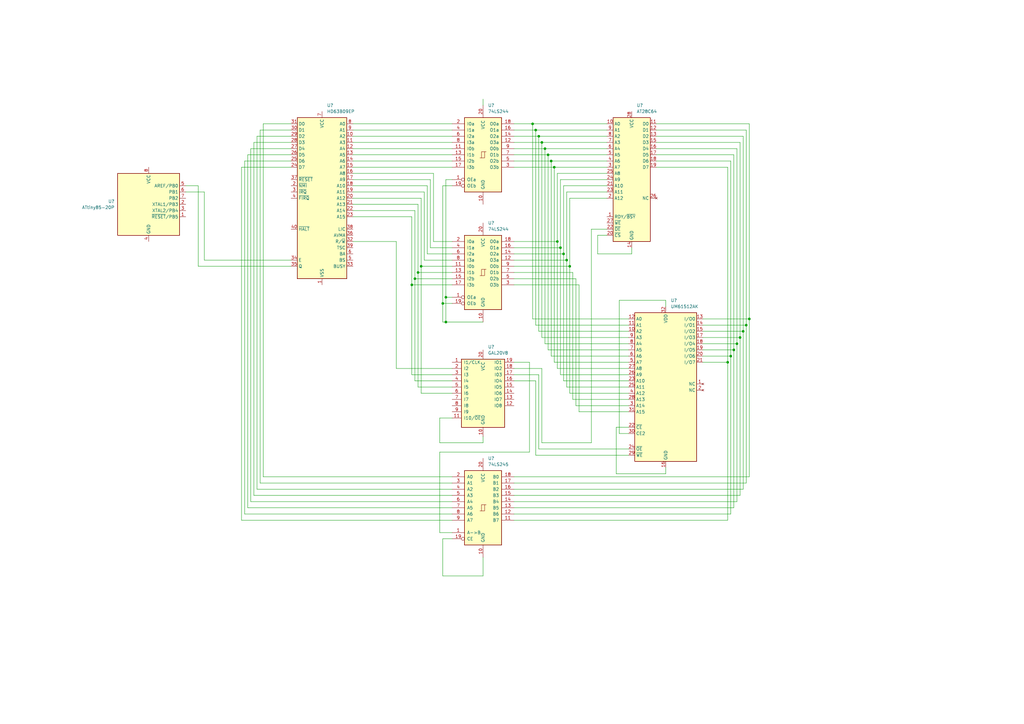
<source format=kicad_sch>
(kicad_sch (version 20211123) (generator eeschema)

  (uuid 126557b2-cbc3-422e-be8c-6b6d101f4b22)

  (paper "A3")

  (lib_symbols
    (symbol "74xx:74LS244" (pin_names (offset 1.016)) (in_bom yes) (on_board yes)
      (property "Reference" "U" (id 0) (at -7.62 16.51 0)
        (effects (font (size 1.27 1.27)))
      )
      (property "Value" "74LS244" (id 1) (at -7.62 -16.51 0)
        (effects (font (size 1.27 1.27)))
      )
      (property "Footprint" "" (id 2) (at 0 0 0)
        (effects (font (size 1.27 1.27)) hide)
      )
      (property "Datasheet" "http://www.ti.com/lit/ds/symlink/sn74ls244.pdf" (id 3) (at 0 0 0)
        (effects (font (size 1.27 1.27)) hide)
      )
      (property "ki_keywords" "7400 logic ttl low power schottky" (id 4) (at 0 0 0)
        (effects (font (size 1.27 1.27)) hide)
      )
      (property "ki_description" "Octal Buffer and Line Driver With 3-State Output, active-low enables, non-inverting outputs" (id 5) (at 0 0 0)
        (effects (font (size 1.27 1.27)) hide)
      )
      (property "ki_fp_filters" "DIP?20*" (id 6) (at 0 0 0)
        (effects (font (size 1.27 1.27)) hide)
      )
      (symbol "74LS244_1_0"
        (polyline
          (pts
            (xy -0.635 -1.27)
            (xy -0.635 1.27)
            (xy 0.635 1.27)
          )
          (stroke (width 0) (type default) (color 0 0 0 0))
          (fill (type none))
        )
        (polyline
          (pts
            (xy -1.27 -1.27)
            (xy 0.635 -1.27)
            (xy 0.635 1.27)
            (xy 1.27 1.27)
          )
          (stroke (width 0) (type default) (color 0 0 0 0))
          (fill (type none))
        )
        (pin input inverted (at -12.7 -10.16 0) (length 5.08)
          (name "OEa" (effects (font (size 1.27 1.27))))
          (number "1" (effects (font (size 1.27 1.27))))
        )
        (pin power_in line (at 0 -20.32 90) (length 5.08)
          (name "GND" (effects (font (size 1.27 1.27))))
          (number "10" (effects (font (size 1.27 1.27))))
        )
        (pin input line (at -12.7 2.54 0) (length 5.08)
          (name "I0b" (effects (font (size 1.27 1.27))))
          (number "11" (effects (font (size 1.27 1.27))))
        )
        (pin tri_state line (at 12.7 5.08 180) (length 5.08)
          (name "O3a" (effects (font (size 1.27 1.27))))
          (number "12" (effects (font (size 1.27 1.27))))
        )
        (pin input line (at -12.7 0 0) (length 5.08)
          (name "I1b" (effects (font (size 1.27 1.27))))
          (number "13" (effects (font (size 1.27 1.27))))
        )
        (pin tri_state line (at 12.7 7.62 180) (length 5.08)
          (name "O2a" (effects (font (size 1.27 1.27))))
          (number "14" (effects (font (size 1.27 1.27))))
        )
        (pin input line (at -12.7 -2.54 0) (length 5.08)
          (name "I2b" (effects (font (size 1.27 1.27))))
          (number "15" (effects (font (size 1.27 1.27))))
        )
        (pin tri_state line (at 12.7 10.16 180) (length 5.08)
          (name "O1a" (effects (font (size 1.27 1.27))))
          (number "16" (effects (font (size 1.27 1.27))))
        )
        (pin input line (at -12.7 -5.08 0) (length 5.08)
          (name "I3b" (effects (font (size 1.27 1.27))))
          (number "17" (effects (font (size 1.27 1.27))))
        )
        (pin tri_state line (at 12.7 12.7 180) (length 5.08)
          (name "O0a" (effects (font (size 1.27 1.27))))
          (number "18" (effects (font (size 1.27 1.27))))
        )
        (pin input inverted (at -12.7 -12.7 0) (length 5.08)
          (name "OEb" (effects (font (size 1.27 1.27))))
          (number "19" (effects (font (size 1.27 1.27))))
        )
        (pin input line (at -12.7 12.7 0) (length 5.08)
          (name "I0a" (effects (font (size 1.27 1.27))))
          (number "2" (effects (font (size 1.27 1.27))))
        )
        (pin power_in line (at 0 20.32 270) (length 5.08)
          (name "VCC" (effects (font (size 1.27 1.27))))
          (number "20" (effects (font (size 1.27 1.27))))
        )
        (pin tri_state line (at 12.7 -5.08 180) (length 5.08)
          (name "O3b" (effects (font (size 1.27 1.27))))
          (number "3" (effects (font (size 1.27 1.27))))
        )
        (pin input line (at -12.7 10.16 0) (length 5.08)
          (name "I1a" (effects (font (size 1.27 1.27))))
          (number "4" (effects (font (size 1.27 1.27))))
        )
        (pin tri_state line (at 12.7 -2.54 180) (length 5.08)
          (name "O2b" (effects (font (size 1.27 1.27))))
          (number "5" (effects (font (size 1.27 1.27))))
        )
        (pin input line (at -12.7 7.62 0) (length 5.08)
          (name "I2a" (effects (font (size 1.27 1.27))))
          (number "6" (effects (font (size 1.27 1.27))))
        )
        (pin tri_state line (at 12.7 0 180) (length 5.08)
          (name "O1b" (effects (font (size 1.27 1.27))))
          (number "7" (effects (font (size 1.27 1.27))))
        )
        (pin input line (at -12.7 5.08 0) (length 5.08)
          (name "I3a" (effects (font (size 1.27 1.27))))
          (number "8" (effects (font (size 1.27 1.27))))
        )
        (pin tri_state line (at 12.7 2.54 180) (length 5.08)
          (name "O0b" (effects (font (size 1.27 1.27))))
          (number "9" (effects (font (size 1.27 1.27))))
        )
      )
      (symbol "74LS244_1_1"
        (rectangle (start -7.62 15.24) (end 7.62 -15.24)
          (stroke (width 0.254) (type default) (color 0 0 0 0))
          (fill (type background))
        )
      )
    )
    (symbol "74xx:74LS245" (pin_names (offset 1.016)) (in_bom yes) (on_board yes)
      (property "Reference" "U" (id 0) (at -7.62 16.51 0)
        (effects (font (size 1.27 1.27)))
      )
      (property "Value" "74LS245" (id 1) (at -7.62 -16.51 0)
        (effects (font (size 1.27 1.27)))
      )
      (property "Footprint" "" (id 2) (at 0 0 0)
        (effects (font (size 1.27 1.27)) hide)
      )
      (property "Datasheet" "http://www.ti.com/lit/gpn/sn74LS245" (id 3) (at 0 0 0)
        (effects (font (size 1.27 1.27)) hide)
      )
      (property "ki_locked" "" (id 4) (at 0 0 0)
        (effects (font (size 1.27 1.27)))
      )
      (property "ki_keywords" "TTL BUS 3State" (id 5) (at 0 0 0)
        (effects (font (size 1.27 1.27)) hide)
      )
      (property "ki_description" "Octal BUS Transceivers, 3-State outputs" (id 6) (at 0 0 0)
        (effects (font (size 1.27 1.27)) hide)
      )
      (property "ki_fp_filters" "DIP?20*" (id 7) (at 0 0 0)
        (effects (font (size 1.27 1.27)) hide)
      )
      (symbol "74LS245_1_0"
        (polyline
          (pts
            (xy -0.635 -1.27)
            (xy -0.635 1.27)
            (xy 0.635 1.27)
          )
          (stroke (width 0) (type default) (color 0 0 0 0))
          (fill (type none))
        )
        (polyline
          (pts
            (xy -1.27 -1.27)
            (xy 0.635 -1.27)
            (xy 0.635 1.27)
            (xy 1.27 1.27)
          )
          (stroke (width 0) (type default) (color 0 0 0 0))
          (fill (type none))
        )
        (pin input line (at -12.7 -10.16 0) (length 5.08)
          (name "A->B" (effects (font (size 1.27 1.27))))
          (number "1" (effects (font (size 1.27 1.27))))
        )
        (pin power_in line (at 0 -20.32 90) (length 5.08)
          (name "GND" (effects (font (size 1.27 1.27))))
          (number "10" (effects (font (size 1.27 1.27))))
        )
        (pin tri_state line (at 12.7 -5.08 180) (length 5.08)
          (name "B7" (effects (font (size 1.27 1.27))))
          (number "11" (effects (font (size 1.27 1.27))))
        )
        (pin tri_state line (at 12.7 -2.54 180) (length 5.08)
          (name "B6" (effects (font (size 1.27 1.27))))
          (number "12" (effects (font (size 1.27 1.27))))
        )
        (pin tri_state line (at 12.7 0 180) (length 5.08)
          (name "B5" (effects (font (size 1.27 1.27))))
          (number "13" (effects (font (size 1.27 1.27))))
        )
        (pin tri_state line (at 12.7 2.54 180) (length 5.08)
          (name "B4" (effects (font (size 1.27 1.27))))
          (number "14" (effects (font (size 1.27 1.27))))
        )
        (pin tri_state line (at 12.7 5.08 180) (length 5.08)
          (name "B3" (effects (font (size 1.27 1.27))))
          (number "15" (effects (font (size 1.27 1.27))))
        )
        (pin tri_state line (at 12.7 7.62 180) (length 5.08)
          (name "B2" (effects (font (size 1.27 1.27))))
          (number "16" (effects (font (size 1.27 1.27))))
        )
        (pin tri_state line (at 12.7 10.16 180) (length 5.08)
          (name "B1" (effects (font (size 1.27 1.27))))
          (number "17" (effects (font (size 1.27 1.27))))
        )
        (pin tri_state line (at 12.7 12.7 180) (length 5.08)
          (name "B0" (effects (font (size 1.27 1.27))))
          (number "18" (effects (font (size 1.27 1.27))))
        )
        (pin input inverted (at -12.7 -12.7 0) (length 5.08)
          (name "CE" (effects (font (size 1.27 1.27))))
          (number "19" (effects (font (size 1.27 1.27))))
        )
        (pin tri_state line (at -12.7 12.7 0) (length 5.08)
          (name "A0" (effects (font (size 1.27 1.27))))
          (number "2" (effects (font (size 1.27 1.27))))
        )
        (pin power_in line (at 0 20.32 270) (length 5.08)
          (name "VCC" (effects (font (size 1.27 1.27))))
          (number "20" (effects (font (size 1.27 1.27))))
        )
        (pin tri_state line (at -12.7 10.16 0) (length 5.08)
          (name "A1" (effects (font (size 1.27 1.27))))
          (number "3" (effects (font (size 1.27 1.27))))
        )
        (pin tri_state line (at -12.7 7.62 0) (length 5.08)
          (name "A2" (effects (font (size 1.27 1.27))))
          (number "4" (effects (font (size 1.27 1.27))))
        )
        (pin tri_state line (at -12.7 5.08 0) (length 5.08)
          (name "A3" (effects (font (size 1.27 1.27))))
          (number "5" (effects (font (size 1.27 1.27))))
        )
        (pin tri_state line (at -12.7 2.54 0) (length 5.08)
          (name "A4" (effects (font (size 1.27 1.27))))
          (number "6" (effects (font (size 1.27 1.27))))
        )
        (pin tri_state line (at -12.7 0 0) (length 5.08)
          (name "A5" (effects (font (size 1.27 1.27))))
          (number "7" (effects (font (size 1.27 1.27))))
        )
        (pin tri_state line (at -12.7 -2.54 0) (length 5.08)
          (name "A6" (effects (font (size 1.27 1.27))))
          (number "8" (effects (font (size 1.27 1.27))))
        )
        (pin tri_state line (at -12.7 -5.08 0) (length 5.08)
          (name "A7" (effects (font (size 1.27 1.27))))
          (number "9" (effects (font (size 1.27 1.27))))
        )
      )
      (symbol "74LS245_1_1"
        (rectangle (start -7.62 15.24) (end 7.62 -15.24)
          (stroke (width 0.254) (type default) (color 0 0 0 0))
          (fill (type background))
        )
      )
    )
    (symbol "AT28C64:AT28C64" (in_bom yes) (on_board yes)
      (property "Reference" "U" (id 0) (at -7.62 26.67 0)
        (effects (font (size 1.27 1.27)))
      )
      (property "Value" "AT28C64" (id 1) (at -3.81 1.27 0)
        (effects (font (size 1.27 1.27)) (justify left))
      )
      (property "Footprint" "Package_DIP:DIP-28_W15.24mm" (id 2) (at 1.27 -26.67 0)
        (effects (font (size 1.27 1.27)) hide)
      )
      (property "Datasheet" "" (id 3) (at 0 0 0)
        (effects (font (size 1.27 1.27)) hide)
      )
      (property "ki_keywords" "Parallel EEPROM 16kb " (id 4) (at 0 0 0)
        (effects (font (size 1.27 1.27)) hide)
      )
      (property "ki_description" "Paged Parallel EEPROM 16kb (16K x 8), DIP-28/SOIC-28" (id 5) (at 0 0 0)
        (effects (font (size 1.27 1.27)) hide)
      )
      (property "ki_fp_filters" "DIP*W15.24mm* SOIC*7.5x17.9mm*P1.27mm*" (id 6) (at 0 0 0)
        (effects (font (size 1.27 1.27)) hide)
      )
      (symbol "AT28C64_1_1"
        (rectangle (start -7.62 25.4) (end 7.62 -25.4)
          (stroke (width 0.254) (type default) (color 0 0 0 0))
          (fill (type background))
        )
        (pin input line (at -10.16 -15.24 0) (length 2.54)
          (name "RDY/~{BSY}" (effects (font (size 1.27 1.27))))
          (number "1" (effects (font (size 1.27 1.27))))
        )
        (pin input line (at -10.16 22.86 0) (length 2.54)
          (name "A0" (effects (font (size 1.27 1.27))))
          (number "10" (effects (font (size 1.27 1.27))))
        )
        (pin tri_state line (at 10.16 22.86 180) (length 2.54)
          (name "D0" (effects (font (size 1.27 1.27))))
          (number "11" (effects (font (size 1.27 1.27))))
        )
        (pin tri_state line (at 10.16 20.32 180) (length 2.54)
          (name "D1" (effects (font (size 1.27 1.27))))
          (number "12" (effects (font (size 1.27 1.27))))
        )
        (pin tri_state line (at 10.16 17.78 180) (length 2.54)
          (name "D2" (effects (font (size 1.27 1.27))))
          (number "13" (effects (font (size 1.27 1.27))))
        )
        (pin power_in line (at 0 -27.94 90) (length 2.54)
          (name "GND" (effects (font (size 1.27 1.27))))
          (number "14" (effects (font (size 1.27 1.27))))
        )
        (pin tri_state line (at 10.16 15.24 180) (length 2.54)
          (name "D3" (effects (font (size 1.27 1.27))))
          (number "15" (effects (font (size 1.27 1.27))))
        )
        (pin tri_state line (at 10.16 12.7 180) (length 2.54)
          (name "D4" (effects (font (size 1.27 1.27))))
          (number "16" (effects (font (size 1.27 1.27))))
        )
        (pin tri_state line (at 10.16 10.16 180) (length 2.54)
          (name "D5" (effects (font (size 1.27 1.27))))
          (number "17" (effects (font (size 1.27 1.27))))
        )
        (pin tri_state line (at 10.16 7.62 180) (length 2.54)
          (name "D6" (effects (font (size 1.27 1.27))))
          (number "18" (effects (font (size 1.27 1.27))))
        )
        (pin tri_state line (at 10.16 5.08 180) (length 2.54)
          (name "D7" (effects (font (size 1.27 1.27))))
          (number "19" (effects (font (size 1.27 1.27))))
        )
        (pin input line (at -10.16 -7.62 0) (length 2.54)
          (name "A12" (effects (font (size 1.27 1.27))))
          (number "2" (effects (font (size 1.27 1.27))))
        )
        (pin input line (at -10.16 -22.86 0) (length 2.54)
          (name "~{CS}" (effects (font (size 1.27 1.27))))
          (number "20" (effects (font (size 1.27 1.27))))
        )
        (pin input line (at -10.16 -2.54 0) (length 2.54)
          (name "A10" (effects (font (size 1.27 1.27))))
          (number "21" (effects (font (size 1.27 1.27))))
        )
        (pin input line (at -10.16 -20.32 0) (length 2.54)
          (name "~{OE}" (effects (font (size 1.27 1.27))))
          (number "22" (effects (font (size 1.27 1.27))))
        )
        (pin input line (at -10.16 -5.08 0) (length 2.54)
          (name "A11" (effects (font (size 1.27 1.27))))
          (number "23" (effects (font (size 1.27 1.27))))
        )
        (pin input line (at -10.16 0 0) (length 2.54)
          (name "A9" (effects (font (size 1.27 1.27))))
          (number "24" (effects (font (size 1.27 1.27))))
        )
        (pin input line (at -10.16 2.54 0) (length 2.54)
          (name "A8" (effects (font (size 1.27 1.27))))
          (number "25" (effects (font (size 1.27 1.27))))
        )
        (pin no_connect line (at 10.16 -7.62 180) (length 2.54)
          (name "NC" (effects (font (size 1.27 1.27))))
          (number "26" (effects (font (size 1.27 1.27))))
        )
        (pin input line (at -10.16 -17.78 0) (length 2.54)
          (name "~{WE}" (effects (font (size 1.27 1.27))))
          (number "27" (effects (font (size 1.27 1.27))))
        )
        (pin power_in line (at 0 27.94 270) (length 2.54)
          (name "VCC" (effects (font (size 1.27 1.27))))
          (number "28" (effects (font (size 1.27 1.27))))
        )
        (pin input line (at -10.16 5.08 0) (length 2.54)
          (name "A7" (effects (font (size 1.27 1.27))))
          (number "3" (effects (font (size 1.27 1.27))))
        )
        (pin input line (at -10.16 7.62 0) (length 2.54)
          (name "A6" (effects (font (size 1.27 1.27))))
          (number "4" (effects (font (size 1.27 1.27))))
        )
        (pin input line (at -10.16 10.16 0) (length 2.54)
          (name "A5" (effects (font (size 1.27 1.27))))
          (number "5" (effects (font (size 1.27 1.27))))
        )
        (pin input line (at -10.16 12.7 0) (length 2.54)
          (name "A4" (effects (font (size 1.27 1.27))))
          (number "6" (effects (font (size 1.27 1.27))))
        )
        (pin input line (at -10.16 15.24 0) (length 2.54)
          (name "A3" (effects (font (size 1.27 1.27))))
          (number "7" (effects (font (size 1.27 1.27))))
        )
        (pin input line (at -10.16 17.78 0) (length 2.54)
          (name "A2" (effects (font (size 1.27 1.27))))
          (number "8" (effects (font (size 1.27 1.27))))
        )
        (pin input line (at -10.16 20.32 0) (length 2.54)
          (name "A1" (effects (font (size 1.27 1.27))))
          (number "9" (effects (font (size 1.27 1.27))))
        )
      )
    )
    (symbol "GAL20V8:GAL20V8" (pin_names (offset 1.016)) (in_bom yes) (on_board yes)
      (property "Reference" "U" (id 0) (at -8.89 16.51 0)
        (effects (font (size 1.27 1.27)) (justify left))
      )
      (property "Value" "GAL20V8" (id 1) (at 1.27 16.51 0)
        (effects (font (size 1.27 1.27)) (justify left))
      )
      (property "Footprint" "" (id 2) (at 0 0 0)
        (effects (font (size 1.27 1.27)) hide)
      )
      (property "Datasheet" "" (id 3) (at 0 0 0)
        (effects (font (size 1.27 1.27)) hide)
      )
      (property "ki_keywords" "GAL PLD 16V8" (id 4) (at 0 0 0)
        (effects (font (size 1.27 1.27)) hide)
      )
      (property "ki_description" "Programmable Logic Array, DIP-20/SOIC-20/PLCC-20" (id 5) (at 0 0 0)
        (effects (font (size 1.27 1.27)) hide)
      )
      (property "ki_fp_filters" "DIP* PDIP* SOIC* SO* PLCC*" (id 6) (at 0 0 0)
        (effects (font (size 1.27 1.27)) hide)
      )
      (symbol "GAL20V8_0_0"
        (pin power_in line (at 0 -17.78 90) (length 3.81)
          (name "GND" (effects (font (size 1.27 1.27))))
          (number "10" (effects (font (size 1.27 1.27))))
        )
        (pin power_in line (at 0 17.78 270) (length 3.81)
          (name "VCC" (effects (font (size 1.27 1.27))))
          (number "20" (effects (font (size 1.27 1.27))))
        )
      )
      (symbol "GAL20V8_0_1"
        (rectangle (start -8.89 13.97) (end 8.89 -13.97)
          (stroke (width 0.254) (type default) (color 0 0 0 0))
          (fill (type background))
        )
      )
      (symbol "GAL20V8_1_1"
        (pin input line (at -12.7 12.7 0) (length 3.81)
          (name "I1/CLK" (effects (font (size 1.27 1.27))))
          (number "1" (effects (font (size 1.27 1.27))))
        )
        (pin input line (at -12.7 -10.16 0) (length 3.81)
          (name "I10/~{OE}" (effects (font (size 1.27 1.27))))
          (number "11" (effects (font (size 1.27 1.27))))
        )
        (pin tri_state line (at 12.7 -5.08 180) (length 3.81)
          (name "IO8" (effects (font (size 1.27 1.27))))
          (number "12" (effects (font (size 1.27 1.27))))
        )
        (pin tri_state line (at 12.7 -2.54 180) (length 3.81)
          (name "IO7" (effects (font (size 1.27 1.27))))
          (number "13" (effects (font (size 1.27 1.27))))
        )
        (pin tri_state line (at 12.7 0 180) (length 3.81)
          (name "IO6" (effects (font (size 1.27 1.27))))
          (number "14" (effects (font (size 1.27 1.27))))
        )
        (pin tri_state line (at 12.7 2.54 180) (length 3.81)
          (name "IO5" (effects (font (size 1.27 1.27))))
          (number "15" (effects (font (size 1.27 1.27))))
        )
        (pin tri_state line (at 12.7 5.08 180) (length 3.81)
          (name "IO4" (effects (font (size 1.27 1.27))))
          (number "16" (effects (font (size 1.27 1.27))))
        )
        (pin tri_state line (at 12.7 7.62 180) (length 3.81)
          (name "I03" (effects (font (size 1.27 1.27))))
          (number "17" (effects (font (size 1.27 1.27))))
        )
        (pin tri_state line (at 12.7 10.16 180) (length 3.81)
          (name "IO2" (effects (font (size 1.27 1.27))))
          (number "18" (effects (font (size 1.27 1.27))))
        )
        (pin tri_state line (at 12.7 12.7 180) (length 3.81)
          (name "IO1" (effects (font (size 1.27 1.27))))
          (number "19" (effects (font (size 1.27 1.27))))
        )
        (pin input line (at -12.7 10.16 0) (length 3.81)
          (name "I2" (effects (font (size 1.27 1.27))))
          (number "2" (effects (font (size 1.27 1.27))))
        )
        (pin input line (at -12.7 7.62 0) (length 3.81)
          (name "I3" (effects (font (size 1.27 1.27))))
          (number "3" (effects (font (size 1.27 1.27))))
        )
        (pin input line (at -12.7 5.08 0) (length 3.81)
          (name "I4" (effects (font (size 1.27 1.27))))
          (number "4" (effects (font (size 1.27 1.27))))
        )
        (pin input line (at -12.7 2.54 0) (length 3.81)
          (name "I5" (effects (font (size 1.27 1.27))))
          (number "5" (effects (font (size 1.27 1.27))))
        )
        (pin input line (at -12.7 0 0) (length 3.81)
          (name "I6" (effects (font (size 1.27 1.27))))
          (number "6" (effects (font (size 1.27 1.27))))
        )
        (pin input line (at -12.7 -2.54 0) (length 3.81)
          (name "I7" (effects (font (size 1.27 1.27))))
          (number "7" (effects (font (size 1.27 1.27))))
        )
        (pin input line (at -12.7 -5.08 0) (length 3.81)
          (name "I8" (effects (font (size 1.27 1.27))))
          (number "8" (effects (font (size 1.27 1.27))))
        )
        (pin input line (at -12.7 -7.62 0) (length 3.81)
          (name "I9" (effects (font (size 1.27 1.27))))
          (number "9" (effects (font (size 1.27 1.27))))
        )
      )
    )
    (symbol "HD63B09EP:HD63B09EP" (in_bom yes) (on_board yes)
      (property "Reference" "U" (id 0) (at -7.62 34.544 0)
        (effects (font (size 1.27 1.27)) (justify right))
      )
      (property "Value" "HD63B09EP" (id 1) (at 6.35 11.43 0)
        (effects (font (size 1.27 1.27)) (justify right))
      )
      (property "Footprint" "Package_DIP:DIP-40_W15.24mm" (id 2) (at 0 -38.1 0)
        (effects (font (size 1.27 1.27)) hide)
      )
      (property "Datasheet" "" (id 3) (at -2.54 36.195 0)
        (effects (font (size 1.27 1.27)) hide)
      )
      (property "ki_keywords" "MCU" (id 4) (at 0 0 0)
        (effects (font (size 1.27 1.27)) hide)
      )
      (property "ki_description" "8-Bit Microprocessing unit 2.0MHz, DIP-40" (id 5) (at 0 0 0)
        (effects (font (size 1.27 1.27)) hide)
      )
      (property "ki_fp_filters" "DIP*W15.24mm*" (id 6) (at 0 0 0)
        (effects (font (size 1.27 1.27)) hide)
      )
      (symbol "HD63B09EP_0_1"
        (rectangle (start -10.16 -33.02) (end 10.16 33.02)
          (stroke (width 0.254) (type default) (color 0 0 0 0))
          (fill (type background))
        )
      )
      (symbol "HD63B09EP_1_1"
        (pin power_in line (at 0 -35.56 90) (length 2.54)
          (name "VSS" (effects (font (size 1.27 1.27))))
          (number "1" (effects (font (size 1.27 1.27))))
        )
        (pin output line (at 12.7 25.4 180) (length 2.54)
          (name "A2" (effects (font (size 1.27 1.27))))
          (number "10" (effects (font (size 1.27 1.27))))
        )
        (pin output line (at 12.7 22.86 180) (length 2.54)
          (name "A3" (effects (font (size 1.27 1.27))))
          (number "11" (effects (font (size 1.27 1.27))))
        )
        (pin output line (at 12.7 20.32 180) (length 2.54)
          (name "A4" (effects (font (size 1.27 1.27))))
          (number "12" (effects (font (size 1.27 1.27))))
        )
        (pin output line (at 12.7 17.78 180) (length 2.54)
          (name "A5" (effects (font (size 1.27 1.27))))
          (number "13" (effects (font (size 1.27 1.27))))
        )
        (pin output line (at 12.7 15.24 180) (length 2.54)
          (name "A6" (effects (font (size 1.27 1.27))))
          (number "14" (effects (font (size 1.27 1.27))))
        )
        (pin output line (at 12.7 12.7 180) (length 2.54)
          (name "A7" (effects (font (size 1.27 1.27))))
          (number "15" (effects (font (size 1.27 1.27))))
        )
        (pin output line (at 12.7 10.16 180) (length 2.54)
          (name "A8" (effects (font (size 1.27 1.27))))
          (number "16" (effects (font (size 1.27 1.27))))
        )
        (pin output line (at 12.7 7.62 180) (length 2.54)
          (name "A9" (effects (font (size 1.27 1.27))))
          (number "17" (effects (font (size 1.27 1.27))))
        )
        (pin output line (at 12.7 5.08 180) (length 2.54)
          (name "A10" (effects (font (size 1.27 1.27))))
          (number "18" (effects (font (size 1.27 1.27))))
        )
        (pin output line (at 12.7 2.54 180) (length 2.54)
          (name "A11" (effects (font (size 1.27 1.27))))
          (number "19" (effects (font (size 1.27 1.27))))
        )
        (pin input line (at -12.7 5.08 0) (length 2.54)
          (name "~{NMI}" (effects (font (size 1.27 1.27))))
          (number "2" (effects (font (size 1.27 1.27))))
        )
        (pin output line (at 12.7 0 180) (length 2.54)
          (name "A12" (effects (font (size 1.27 1.27))))
          (number "20" (effects (font (size 1.27 1.27))))
        )
        (pin output line (at 12.7 -2.54 180) (length 2.54)
          (name "A13" (effects (font (size 1.27 1.27))))
          (number "21" (effects (font (size 1.27 1.27))))
        )
        (pin output line (at 12.7 -5.08 180) (length 2.54)
          (name "A14" (effects (font (size 1.27 1.27))))
          (number "22" (effects (font (size 1.27 1.27))))
        )
        (pin output line (at 12.7 -7.62 180) (length 2.54)
          (name "A15" (effects (font (size 1.27 1.27))))
          (number "23" (effects (font (size 1.27 1.27))))
        )
        (pin bidirectional line (at -12.7 12.7 0) (length 2.54)
          (name "D7" (effects (font (size 1.27 1.27))))
          (number "24" (effects (font (size 1.27 1.27))))
        )
        (pin bidirectional line (at -12.7 15.24 0) (length 2.54)
          (name "D6" (effects (font (size 1.27 1.27))))
          (number "25" (effects (font (size 1.27 1.27))))
        )
        (pin bidirectional line (at -12.7 17.78 0) (length 2.54)
          (name "D5" (effects (font (size 1.27 1.27))))
          (number "26" (effects (font (size 1.27 1.27))))
        )
        (pin bidirectional line (at -12.7 20.32 0) (length 2.54)
          (name "D4" (effects (font (size 1.27 1.27))))
          (number "27" (effects (font (size 1.27 1.27))))
        )
        (pin bidirectional line (at -12.7 22.86 0) (length 2.54)
          (name "D3" (effects (font (size 1.27 1.27))))
          (number "28" (effects (font (size 1.27 1.27))))
        )
        (pin bidirectional line (at -12.7 25.4 0) (length 2.54)
          (name "D2" (effects (font (size 1.27 1.27))))
          (number "29" (effects (font (size 1.27 1.27))))
        )
        (pin input line (at -12.7 2.54 0) (length 2.54)
          (name "~{IRQ}" (effects (font (size 1.27 1.27))))
          (number "3" (effects (font (size 1.27 1.27))))
        )
        (pin bidirectional line (at -12.7 27.94 0) (length 2.54)
          (name "D1" (effects (font (size 1.27 1.27))))
          (number "30" (effects (font (size 1.27 1.27))))
        )
        (pin bidirectional line (at -12.7 30.48 0) (length 2.54)
          (name "D0" (effects (font (size 1.27 1.27))))
          (number "31" (effects (font (size 1.27 1.27))))
        )
        (pin output line (at 12.7 -17.78 180) (length 2.54)
          (name "R/~{W}" (effects (font (size 1.27 1.27))))
          (number "32" (effects (font (size 1.27 1.27))))
        )
        (pin output line (at 12.7 -27.94 180) (length 2.54)
          (name "BUSY" (effects (font (size 1.27 1.27))))
          (number "33" (effects (font (size 1.27 1.27))))
        )
        (pin input line (at -12.7 -25.4 0) (length 2.54)
          (name "E" (effects (font (size 1.27 1.27))))
          (number "34" (effects (font (size 1.27 1.27))))
        )
        (pin input line (at -12.7 -27.94 0) (length 2.54)
          (name "Q" (effects (font (size 1.27 1.27))))
          (number "35" (effects (font (size 1.27 1.27))))
        )
        (pin output line (at 12.7 -15.24 180) (length 2.54)
          (name "AVMA" (effects (font (size 1.27 1.27))))
          (number "36" (effects (font (size 1.27 1.27))))
        )
        (pin input line (at -12.7 7.62 0) (length 2.54)
          (name "~{RESET}" (effects (font (size 1.27 1.27))))
          (number "37" (effects (font (size 1.27 1.27))))
        )
        (pin output line (at 12.7 -12.7 180) (length 2.54)
          (name "LIC" (effects (font (size 1.27 1.27))))
          (number "38" (effects (font (size 1.27 1.27))))
        )
        (pin output line (at 12.7 -20.32 180) (length 2.54)
          (name "TSC" (effects (font (size 1.27 1.27))))
          (number "39" (effects (font (size 1.27 1.27))))
        )
        (pin input line (at -12.7 0 0) (length 2.54)
          (name "~{FIRQ}" (effects (font (size 1.27 1.27))))
          (number "4" (effects (font (size 1.27 1.27))))
        )
        (pin input line (at -12.7 -12.7 0) (length 2.54)
          (name "~{HALT}" (effects (font (size 1.27 1.27))))
          (number "40" (effects (font (size 1.27 1.27))))
        )
        (pin output line (at 12.7 -25.4 180) (length 2.54)
          (name "BS" (effects (font (size 1.27 1.27))))
          (number "5" (effects (font (size 1.27 1.27))))
        )
        (pin output line (at 12.7 -22.86 180) (length 2.54)
          (name "BA" (effects (font (size 1.27 1.27))))
          (number "6" (effects (font (size 1.27 1.27))))
        )
        (pin power_in line (at 0 35.56 270) (length 2.54)
          (name "VCC" (effects (font (size 1.27 1.27))))
          (number "7" (effects (font (size 1.27 1.27))))
        )
        (pin output line (at 12.7 30.48 180) (length 2.54)
          (name "A0" (effects (font (size 1.27 1.27))))
          (number "8" (effects (font (size 1.27 1.27))))
        )
        (pin output line (at 12.7 27.94 180) (length 2.54)
          (name "A1" (effects (font (size 1.27 1.27))))
          (number "9" (effects (font (size 1.27 1.27))))
        )
      )
    )
    (symbol "MCU_Microchip_ATtiny:ATtiny85-20P" (in_bom yes) (on_board yes)
      (property "Reference" "U" (id 0) (at -12.7 13.97 0)
        (effects (font (size 1.27 1.27)) (justify left bottom))
      )
      (property "Value" "ATtiny85-20P" (id 1) (at 2.54 -13.97 0)
        (effects (font (size 1.27 1.27)) (justify left top))
      )
      (property "Footprint" "Package_DIP:DIP-8_W7.62mm" (id 2) (at 0 0 0)
        (effects (font (size 1.27 1.27) italic) hide)
      )
      (property "Datasheet" "http://ww1.microchip.com/downloads/en/DeviceDoc/atmel-2586-avr-8-bit-microcontroller-attiny25-attiny45-attiny85_datasheet.pdf" (id 3) (at 0 0 0)
        (effects (font (size 1.27 1.27)) hide)
      )
      (property "ki_keywords" "AVR 8bit Microcontroller tinyAVR" (id 4) (at 0 0 0)
        (effects (font (size 1.27 1.27)) hide)
      )
      (property "ki_description" "20MHz, 8kB Flash, 512B SRAM, 512B EEPROM, debugWIRE, DIP-8" (id 5) (at 0 0 0)
        (effects (font (size 1.27 1.27)) hide)
      )
      (property "ki_fp_filters" "DIP*W7.62mm*" (id 6) (at 0 0 0)
        (effects (font (size 1.27 1.27)) hide)
      )
      (symbol "ATtiny85-20P_0_1"
        (rectangle (start -12.7 -12.7) (end 12.7 12.7)
          (stroke (width 0.254) (type default) (color 0 0 0 0))
          (fill (type background))
        )
      )
      (symbol "ATtiny85-20P_1_1"
        (pin bidirectional line (at 15.24 -5.08 180) (length 2.54)
          (name "~{RESET}/PB5" (effects (font (size 1.27 1.27))))
          (number "1" (effects (font (size 1.27 1.27))))
        )
        (pin bidirectional line (at 15.24 0 180) (length 2.54)
          (name "XTAL1/PB3" (effects (font (size 1.27 1.27))))
          (number "2" (effects (font (size 1.27 1.27))))
        )
        (pin bidirectional line (at 15.24 -2.54 180) (length 2.54)
          (name "XTAL2/PB4" (effects (font (size 1.27 1.27))))
          (number "3" (effects (font (size 1.27 1.27))))
        )
        (pin power_in line (at 0 -15.24 90) (length 2.54)
          (name "GND" (effects (font (size 1.27 1.27))))
          (number "4" (effects (font (size 1.27 1.27))))
        )
        (pin bidirectional line (at 15.24 7.62 180) (length 2.54)
          (name "AREF/PB0" (effects (font (size 1.27 1.27))))
          (number "5" (effects (font (size 1.27 1.27))))
        )
        (pin bidirectional line (at 15.24 5.08 180) (length 2.54)
          (name "PB1" (effects (font (size 1.27 1.27))))
          (number "6" (effects (font (size 1.27 1.27))))
        )
        (pin bidirectional line (at 15.24 2.54 180) (length 2.54)
          (name "PB2" (effects (font (size 1.27 1.27))))
          (number "7" (effects (font (size 1.27 1.27))))
        )
        (pin power_in line (at 0 15.24 270) (length 2.54)
          (name "VCC" (effects (font (size 1.27 1.27))))
          (number "8" (effects (font (size 1.27 1.27))))
        )
      )
    )
    (symbol "UM61512AK:UM61512AK" (in_bom yes) (on_board yes)
      (property "Reference" "U" (id 0) (at -10.16 31.75 0)
        (effects (font (size 1.27 1.27)))
      )
      (property "Value" "UM61512AK" (id 1) (at 0 2.54 0)
        (effects (font (size 1.27 1.27)))
      )
      (property "Footprint" "Package_DIP:DIP-32_W7.62mm" (id 2) (at 1.27 -31.75 0)
        (effects (font (size 1.27 1.27)) hide)
      )
      (property "Datasheet" "" (id 3) (at 0 0 0)
        (effects (font (size 1.27 1.27)) hide)
      )
      (property "ki_keywords" "SRAM MEMORY" (id 4) (at 0 0 0)
        (effects (font (size 1.27 1.27)) hide)
      )
      (property "ki_description" "512K x 8 HIGH-SPEED CMOS STATIC RAM, 25ns, TSOP II-32" (id 5) (at 0 0 0)
        (effects (font (size 1.27 1.27)) hide)
      )
      (property "ki_fp_filters" "TSOP*21.0x10.2mm*P1.27mm*" (id 6) (at 0 0 0)
        (effects (font (size 1.27 1.27)) hide)
      )
      (symbol "UM61512AK_0_1"
        (rectangle (start -12.7 30.48) (end 12.7 -30.48)
          (stroke (width 0.254) (type default) (color 0 0 0 0))
          (fill (type background))
        )
      )
      (symbol "UM61512AK_1_1"
        (pin no_connect line (at 15.24 1.27 180) (length 2.54)
          (name "NC" (effects (font (size 1.27 1.27))))
          (number "1" (effects (font (size 1.27 1.27))))
        )
        (pin input line (at -15.24 22.86 0) (length 2.54)
          (name "A2" (effects (font (size 1.27 1.27))))
          (number "10" (effects (font (size 1.27 1.27))))
        )
        (pin input line (at -15.24 25.4 0) (length 2.54)
          (name "A1" (effects (font (size 1.27 1.27))))
          (number "11" (effects (font (size 1.27 1.27))))
        )
        (pin input line (at -15.24 27.94 0) (length 2.54)
          (name "A0" (effects (font (size 1.27 1.27))))
          (number "12" (effects (font (size 1.27 1.27))))
        )
        (pin bidirectional line (at 15.24 27.94 180) (length 2.54)
          (name "I/O0" (effects (font (size 1.27 1.27))))
          (number "13" (effects (font (size 1.27 1.27))))
        )
        (pin bidirectional line (at 15.24 25.4 180) (length 2.54)
          (name "I/O1" (effects (font (size 1.27 1.27))))
          (number "14" (effects (font (size 1.27 1.27))))
        )
        (pin bidirectional line (at 15.24 22.86 180) (length 2.54)
          (name "I/O2" (effects (font (size 1.27 1.27))))
          (number "15" (effects (font (size 1.27 1.27))))
        )
        (pin power_in line (at 0 -33.02 90) (length 2.54)
          (name "GND" (effects (font (size 1.27 1.27))))
          (number "16" (effects (font (size 1.27 1.27))))
        )
        (pin bidirectional line (at 15.24 20.32 180) (length 2.54)
          (name "I/O3" (effects (font (size 1.27 1.27))))
          (number "17" (effects (font (size 1.27 1.27))))
        )
        (pin bidirectional line (at 15.24 17.78 180) (length 2.54)
          (name "I/O4" (effects (font (size 1.27 1.27))))
          (number "18" (effects (font (size 1.27 1.27))))
        )
        (pin bidirectional line (at 15.24 15.24 180) (length 2.54)
          (name "I/O5" (effects (font (size 1.27 1.27))))
          (number "19" (effects (font (size 1.27 1.27))))
        )
        (pin no_connect line (at 15.24 -1.27 180) (length 2.54)
          (name "NC" (effects (font (size 1.27 1.27))))
          (number "2" (effects (font (size 1.27 1.27))))
        )
        (pin bidirectional line (at 15.24 12.7 180) (length 2.54)
          (name "I/O6" (effects (font (size 1.27 1.27))))
          (number "20" (effects (font (size 1.27 1.27))))
        )
        (pin bidirectional line (at 15.24 10.16 180) (length 2.54)
          (name "I/O7" (effects (font (size 1.27 1.27))))
          (number "21" (effects (font (size 1.27 1.27))))
        )
        (pin input line (at -15.24 -16.51 0) (length 2.54)
          (name "~{CE}" (effects (font (size 1.27 1.27))))
          (number "22" (effects (font (size 1.27 1.27))))
        )
        (pin input line (at -15.24 2.54 0) (length 2.54)
          (name "A10" (effects (font (size 1.27 1.27))))
          (number "23" (effects (font (size 1.27 1.27))))
        )
        (pin input line (at -15.24 -25.4 0) (length 2.54)
          (name "~{OE}" (effects (font (size 1.27 1.27))))
          (number "24" (effects (font (size 1.27 1.27))))
        )
        (pin input line (at -15.24 0 0) (length 2.54)
          (name "A11" (effects (font (size 1.27 1.27))))
          (number "25" (effects (font (size 1.27 1.27))))
        )
        (pin input line (at -15.24 5.08 0) (length 2.54)
          (name "A9" (effects (font (size 1.27 1.27))))
          (number "26" (effects (font (size 1.27 1.27))))
        )
        (pin input line (at -15.24 7.62 0) (length 2.54)
          (name "A8" (effects (font (size 1.27 1.27))))
          (number "27" (effects (font (size 1.27 1.27))))
        )
        (pin input line (at -15.24 -5.08 0) (length 2.54)
          (name "A13" (effects (font (size 1.27 1.27))))
          (number "28" (effects (font (size 1.27 1.27))))
        )
        (pin input line (at -15.24 -27.94 0) (length 2.54)
          (name "~{WE}" (effects (font (size 1.27 1.27))))
          (number "29" (effects (font (size 1.27 1.27))))
        )
        (pin input line (at -15.24 -7.62 0) (length 2.54)
          (name "A14" (effects (font (size 1.27 1.27))))
          (number "3" (effects (font (size 1.27 1.27))))
        )
        (pin input line (at -15.24 -19.05 0) (length 2.54)
          (name "CE2" (effects (font (size 1.27 1.27))))
          (number "30" (effects (font (size 1.27 1.27))))
        )
        (pin input line (at -15.24 -10.16 0) (length 2.54)
          (name "A15" (effects (font (size 1.27 1.27))))
          (number "31" (effects (font (size 1.27 1.27))))
        )
        (pin power_in line (at 0 33.02 270) (length 2.54)
          (name "VDD" (effects (font (size 1.27 1.27))))
          (number "32" (effects (font (size 1.27 1.27))))
        )
        (pin input line (at -15.24 -2.54 0) (length 2.54)
          (name "A12" (effects (font (size 1.27 1.27))))
          (number "4" (effects (font (size 1.27 1.27))))
        )
        (pin input line (at -15.24 10.16 0) (length 2.54)
          (name "A7" (effects (font (size 1.27 1.27))))
          (number "5" (effects (font (size 1.27 1.27))))
        )
        (pin input line (at -15.24 12.7 0) (length 2.54)
          (name "A6" (effects (font (size 1.27 1.27))))
          (number "6" (effects (font (size 1.27 1.27))))
        )
        (pin input line (at -15.24 15.24 0) (length 2.54)
          (name "A5" (effects (font (size 1.27 1.27))))
          (number "7" (effects (font (size 1.27 1.27))))
        )
        (pin input line (at -15.24 17.78 0) (length 2.54)
          (name "A4" (effects (font (size 1.27 1.27))))
          (number "8" (effects (font (size 1.27 1.27))))
        )
        (pin input line (at -15.24 20.32 0) (length 2.54)
          (name "A3" (effects (font (size 1.27 1.27))))
          (number "9" (effects (font (size 1.27 1.27))))
        )
      )
    )
  )

  (junction (at 300.99 143.51) (diameter 0) (color 0 0 0 0)
    (uuid 04f2671c-b431-4f57-86e8-67df44ea3dd2)
  )
  (junction (at 299.72 146.05) (diameter 0) (color 0 0 0 0)
    (uuid 11608efc-ab82-42e9-be91-bfc1488cfd8e)
  )
  (junction (at 231.14 104.14) (diameter 0) (color 0 0 0 0)
    (uuid 20b96be6-6f84-46cc-a6a6-03060feb272b)
  )
  (junction (at 182.88 132.08) (diameter 0) (color 0 0 0 0)
    (uuid 2be977fb-f913-46a7-b9a3-7a523a466f86)
  )
  (junction (at 298.45 148.59) (diameter 0) (color 0 0 0 0)
    (uuid 2d184a3c-fb41-44a6-bf54-bff3b2a0fddd)
  )
  (junction (at 170.18 114.3) (diameter 0) (color 0 0 0 0)
    (uuid 3bd83fda-7d6e-4306-b67c-1f02c0a953a6)
  )
  (junction (at 219.71 53.34) (diameter 0) (color 0 0 0 0)
    (uuid 3f85e7ca-fd84-4eeb-b93d-b8c11c1114ba)
  )
  (junction (at 303.53 138.43) (diameter 0) (color 0 0 0 0)
    (uuid 49aa7285-ed99-458f-863d-b0d44a4de178)
  )
  (junction (at 229.87 101.6) (diameter 0) (color 0 0 0 0)
    (uuid 64596a93-9e1f-4982-974a-0bc70599cb56)
  )
  (junction (at 226.06 66.04) (diameter 0) (color 0 0 0 0)
    (uuid 798a53e3-9609-4ac0-8da1-ff35e7af191c)
  )
  (junction (at 302.26 140.97) (diameter 0) (color 0 0 0 0)
    (uuid 7dbc3714-a696-46f7-a22e-cad37653e469)
  )
  (junction (at 228.6 99.06) (diameter 0) (color 0 0 0 0)
    (uuid 80be92b2-9234-4db4-964a-c7be36ff4d1e)
  )
  (junction (at 224.79 63.5) (diameter 0) (color 0 0 0 0)
    (uuid 821512ab-b1d1-4dcb-94ad-cf7bd0b0e412)
  )
  (junction (at 181.61 124.46) (diameter 0) (color 0 0 0 0)
    (uuid 890b2325-c86c-4ce0-8702-f01df9e9f91f)
  )
  (junction (at 182.88 121.92) (diameter 0) (color 0 0 0 0)
    (uuid 892e9c4d-c4bb-46e7-bfdc-506e1fff8799)
  )
  (junction (at 220.98 55.88) (diameter 0) (color 0 0 0 0)
    (uuid 95ebe59a-8980-43a0-a917-3ef941909374)
  )
  (junction (at 218.44 50.8) (diameter 0) (color 0 0 0 0)
    (uuid 9f2c0025-008b-44dd-913e-d8a35b652456)
  )
  (junction (at 232.41 106.68) (diameter 0) (color 0 0 0 0)
    (uuid ac7d5b1d-7a0d-4993-8374-d6d2e8b3c845)
  )
  (junction (at 168.91 116.84) (diameter 0) (color 0 0 0 0)
    (uuid ba868e83-282e-42fe-b6d2-b9a1dc1375e3)
  )
  (junction (at 223.52 60.96) (diameter 0) (color 0 0 0 0)
    (uuid bd5d12e0-d297-4073-99e2-86391810a01a)
  )
  (junction (at 171.45 111.76) (diameter 0) (color 0 0 0 0)
    (uuid c13af78c-fb62-40ac-bd55-5e2af7677e7e)
  )
  (junction (at 304.8 135.89) (diameter 0) (color 0 0 0 0)
    (uuid ca9bfb92-77a2-43ce-9f3e-4010a435ced7)
  )
  (junction (at 233.68 109.22) (diameter 0) (color 0 0 0 0)
    (uuid da723bc3-3f63-4783-b873-2285e0b8374d)
  )
  (junction (at 172.72 109.22) (diameter 0) (color 0 0 0 0)
    (uuid dad3b3a5-a506-4ac0-b2a2-c62d523e6c6e)
  )
  (junction (at 222.25 58.42) (diameter 0) (color 0 0 0 0)
    (uuid e1df574e-729a-4835-81e0-e5687293a3f9)
  )
  (junction (at 306.07 133.35) (diameter 0) (color 0 0 0 0)
    (uuid eecdd8d1-a006-4ebf-87c8-5dea55dd681a)
  )
  (junction (at 227.33 68.58) (diameter 0) (color 0 0 0 0)
    (uuid f39e2153-8e8d-4543-8bb3-e05ecb7dd11f)
  )
  (junction (at 307.34 130.81) (diameter 0) (color 0 0 0 0)
    (uuid fef95798-3f5e-4918-8329-15e717048373)
  )

  (wire (pts (xy 172.72 109.22) (xy 172.72 161.29))
    (stroke (width 0) (type default) (color 0 0 0 0))
    (uuid 0464c19a-4903-433c-b8db-d129f0f55bd2)
  )
  (wire (pts (xy 259.08 101.6) (xy 259.08 104.14))
    (stroke (width 0) (type default) (color 0 0 0 0))
    (uuid 04e095c5-3781-41af-a2e1-dc2002feacdb)
  )
  (wire (pts (xy 218.44 50.8) (xy 218.44 130.81))
    (stroke (width 0) (type default) (color 0 0 0 0))
    (uuid 07ab06e9-f121-41e6-b58b-002ec1460068)
  )
  (wire (pts (xy 210.82 198.12) (xy 306.07 198.12))
    (stroke (width 0) (type default) (color 0 0 0 0))
    (uuid 0bdb1795-7ad9-4a0f-aa82-20ad1d1130dd)
  )
  (wire (pts (xy 288.29 140.97) (xy 302.26 140.97))
    (stroke (width 0) (type default) (color 0 0 0 0))
    (uuid 0cd91364-278c-42d9-a2d7-2ada6854924c)
  )
  (wire (pts (xy 104.14 203.2) (xy 185.42 203.2))
    (stroke (width 0) (type default) (color 0 0 0 0))
    (uuid 0e630b01-ef10-4366-984e-a3adb3b20a68)
  )
  (wire (pts (xy 185.42 121.92) (xy 182.88 121.92))
    (stroke (width 0) (type default) (color 0 0 0 0))
    (uuid 0ee144f4-c743-435d-ac12-74fd9ca779e7)
  )
  (wire (pts (xy 210.82 50.8) (xy 218.44 50.8))
    (stroke (width 0) (type default) (color 0 0 0 0))
    (uuid 1064a6b6-19ed-42fd-9645-1083ab3f1390)
  )
  (wire (pts (xy 227.33 148.59) (xy 257.81 148.59))
    (stroke (width 0) (type default) (color 0 0 0 0))
    (uuid 106a4114-c016-414b-9db5-8301941f4b30)
  )
  (wire (pts (xy 176.53 101.6) (xy 185.42 101.6))
    (stroke (width 0) (type default) (color 0 0 0 0))
    (uuid 10f024b5-7a68-41f4-83d6-9ddc92342bd0)
  )
  (wire (pts (xy 100.33 210.82) (xy 185.42 210.82))
    (stroke (width 0) (type default) (color 0 0 0 0))
    (uuid 121a6fcc-ca27-43cf-8002-0ea4d4a11b16)
  )
  (wire (pts (xy 180.34 181.61) (xy 180.34 171.45))
    (stroke (width 0) (type default) (color 0 0 0 0))
    (uuid 13f2eee4-3e2a-4247-9053-c2be1d4d7db8)
  )
  (wire (pts (xy 101.6 208.28) (xy 185.42 208.28))
    (stroke (width 0) (type default) (color 0 0 0 0))
    (uuid 15374a7a-24ec-4982-8b0e-7d0b69a85a6c)
  )
  (wire (pts (xy 210.82 114.3) (xy 236.22 114.3))
    (stroke (width 0) (type default) (color 0 0 0 0))
    (uuid 161d9e05-dcff-4b3d-9387-51f8056d80f0)
  )
  (wire (pts (xy 231.14 104.14) (xy 231.14 156.21))
    (stroke (width 0) (type default) (color 0 0 0 0))
    (uuid 1752a975-7cba-41f3-a22e-3087cfa224b4)
  )
  (wire (pts (xy 210.82 63.5) (xy 224.79 63.5))
    (stroke (width 0) (type default) (color 0 0 0 0))
    (uuid 189e1ae1-cb8e-4b69-8e72-746c816d4662)
  )
  (wire (pts (xy 100.33 66.04) (xy 119.38 66.04))
    (stroke (width 0) (type default) (color 0 0 0 0))
    (uuid 18bd5adf-f305-4a42-99eb-30f4f7afcce6)
  )
  (wire (pts (xy 288.29 143.51) (xy 300.99 143.51))
    (stroke (width 0) (type default) (color 0 0 0 0))
    (uuid 19c765f7-6f85-41f0-b9c4-782d0ccafe08)
  )
  (wire (pts (xy 288.29 130.81) (xy 307.34 130.81))
    (stroke (width 0) (type default) (color 0 0 0 0))
    (uuid 1a6164b6-b701-4531-91e4-26bfef195eaa)
  )
  (wire (pts (xy 119.38 50.8) (xy 107.95 50.8))
    (stroke (width 0) (type default) (color 0 0 0 0))
    (uuid 1ade9cb4-5317-4a82-8a46-9d4f9a1d4a8f)
  )
  (wire (pts (xy 304.8 135.89) (xy 304.8 200.66))
    (stroke (width 0) (type default) (color 0 0 0 0))
    (uuid 1bada812-8646-4673-9507-7934472dc353)
  )
  (wire (pts (xy 306.07 53.34) (xy 306.07 133.35))
    (stroke (width 0) (type default) (color 0 0 0 0))
    (uuid 1c393071-0613-4b94-9ef9-0c7bbe2cd674)
  )
  (wire (pts (xy 223.52 60.96) (xy 248.92 60.96))
    (stroke (width 0) (type default) (color 0 0 0 0))
    (uuid 1d45178f-f728-4293-90bd-83d6f231b8bc)
  )
  (wire (pts (xy 181.61 124.46) (xy 181.61 76.2))
    (stroke (width 0) (type default) (color 0 0 0 0))
    (uuid 1dd22199-9e55-40c4-b802-9b256429c621)
  )
  (wire (pts (xy 257.81 177.8) (xy 254 177.8))
    (stroke (width 0) (type default) (color 0 0 0 0))
    (uuid 1ddfb310-c153-4017-9c35-66410b2ad15e)
  )
  (wire (pts (xy 307.34 130.81) (xy 307.34 195.58))
    (stroke (width 0) (type default) (color 0 0 0 0))
    (uuid 241fad2f-6d11-4f05-81e2-bfa561daff62)
  )
  (wire (pts (xy 170.18 86.36) (xy 170.18 114.3))
    (stroke (width 0) (type default) (color 0 0 0 0))
    (uuid 27350646-fede-4227-90d4-1c97e313a0fb)
  )
  (wire (pts (xy 144.78 81.28) (xy 172.72 81.28))
    (stroke (width 0) (type default) (color 0 0 0 0))
    (uuid 281f6650-cbe4-4263-876b-ded9a4cea640)
  )
  (wire (pts (xy 119.38 106.68) (xy 83.82 106.68))
    (stroke (width 0) (type default) (color 0 0 0 0))
    (uuid 2830919b-5770-4361-b54d-014c4b8f8818)
  )
  (wire (pts (xy 228.6 71.12) (xy 248.92 71.12))
    (stroke (width 0) (type default) (color 0 0 0 0))
    (uuid 2870764c-4395-4c0e-bbbe-752de0e15761)
  )
  (wire (pts (xy 242.57 181.61) (xy 222.25 181.61))
    (stroke (width 0) (type default) (color 0 0 0 0))
    (uuid 287b1e89-04e5-482b-b674-1bd54adcc9ea)
  )
  (wire (pts (xy 198.12 236.22) (xy 181.61 236.22))
    (stroke (width 0) (type default) (color 0 0 0 0))
    (uuid 289ca4bc-8ed1-467a-8d89-41687f1cc2dc)
  )
  (wire (pts (xy 254 123.19) (xy 273.05 123.19))
    (stroke (width 0) (type default) (color 0 0 0 0))
    (uuid 29571ce8-371b-435e-979a-19a828ae30ee)
  )
  (wire (pts (xy 182.88 132.08) (xy 198.12 132.08))
    (stroke (width 0) (type default) (color 0 0 0 0))
    (uuid 2b5ee69d-ea72-48fb-9f1d-47f24ec8f60e)
  )
  (wire (pts (xy 144.78 68.58) (xy 185.42 68.58))
    (stroke (width 0) (type default) (color 0 0 0 0))
    (uuid 2c977546-8afc-411c-8fd3-dffb1c19b058)
  )
  (wire (pts (xy 299.72 66.04) (xy 269.24 66.04))
    (stroke (width 0) (type default) (color 0 0 0 0))
    (uuid 2d4c5ba3-ee9e-4503-95c6-620b4eb81178)
  )
  (wire (pts (xy 176.53 73.66) (xy 176.53 101.6))
    (stroke (width 0) (type default) (color 0 0 0 0))
    (uuid 2e7f931b-acde-4b32-a109-3e24c1d8c2f3)
  )
  (wire (pts (xy 217.17 148.59) (xy 210.82 148.59))
    (stroke (width 0) (type default) (color 0 0 0 0))
    (uuid 321fb77e-6124-4428-8f9f-c5f40dc08a56)
  )
  (wire (pts (xy 299.72 146.05) (xy 299.72 210.82))
    (stroke (width 0) (type default) (color 0 0 0 0))
    (uuid 322fd45b-bf47-46c3-9419-25a5765e29dd)
  )
  (wire (pts (xy 185.42 73.66) (xy 182.88 73.66))
    (stroke (width 0) (type default) (color 0 0 0 0))
    (uuid 32e8a5a8-157c-465b-968a-0c3616859b59)
  )
  (wire (pts (xy 300.99 143.51) (xy 300.99 208.28))
    (stroke (width 0) (type default) (color 0 0 0 0))
    (uuid 3411c69c-94a0-4f02-8db5-f81f611bf4e0)
  )
  (wire (pts (xy 144.78 50.8) (xy 185.42 50.8))
    (stroke (width 0) (type default) (color 0 0 0 0))
    (uuid 3525345b-954a-4968-87aa-3766fe6a40f8)
  )
  (wire (pts (xy 228.6 151.13) (xy 257.81 151.13))
    (stroke (width 0) (type default) (color 0 0 0 0))
    (uuid 374f5144-1b3d-4998-8944-c6abfa9c4880)
  )
  (wire (pts (xy 162.56 151.13) (xy 185.42 151.13))
    (stroke (width 0) (type default) (color 0 0 0 0))
    (uuid 3c305842-fb8c-4aef-b315-441a14467ae4)
  )
  (wire (pts (xy 181.61 220.98) (xy 185.42 220.98))
    (stroke (width 0) (type default) (color 0 0 0 0))
    (uuid 3d897826-500c-4b8c-adc1-b9a2d613b334)
  )
  (wire (pts (xy 144.78 99.06) (xy 162.56 99.06))
    (stroke (width 0) (type default) (color 0 0 0 0))
    (uuid 3e17f030-90c4-4678-859f-f8d8ff21c69d)
  )
  (wire (pts (xy 257.81 133.35) (xy 219.71 133.35))
    (stroke (width 0) (type default) (color 0 0 0 0))
    (uuid 3f8ff9e9-c623-4bcc-b304-32170b9419d8)
  )
  (wire (pts (xy 210.82 200.66) (xy 304.8 200.66))
    (stroke (width 0) (type default) (color 0 0 0 0))
    (uuid 3fefc148-3237-43f9-a8e7-f803a57c3f33)
  )
  (wire (pts (xy 254 177.8) (xy 254 123.19))
    (stroke (width 0) (type default) (color 0 0 0 0))
    (uuid 44f71206-a458-4f22-87c9-f643060a8c17)
  )
  (wire (pts (xy 304.8 55.88) (xy 269.24 55.88))
    (stroke (width 0) (type default) (color 0 0 0 0))
    (uuid 4541b8d9-89b3-40ee-8c37-cfae26b4d86a)
  )
  (wire (pts (xy 229.87 101.6) (xy 210.82 101.6))
    (stroke (width 0) (type default) (color 0 0 0 0))
    (uuid 45a85d21-fbb0-44fc-8a2f-c17620e12c49)
  )
  (wire (pts (xy 229.87 153.67) (xy 257.81 153.67))
    (stroke (width 0) (type default) (color 0 0 0 0))
    (uuid 45c548b3-c062-4e87-bef4-d70282e9c4d6)
  )
  (wire (pts (xy 232.41 158.75) (xy 257.81 158.75))
    (stroke (width 0) (type default) (color 0 0 0 0))
    (uuid 46b3c1b9-3d8d-426b-ae8a-136b091f8188)
  )
  (wire (pts (xy 257.81 143.51) (xy 224.79 143.51))
    (stroke (width 0) (type default) (color 0 0 0 0))
    (uuid 472ee7be-2f39-4776-afb3-db332cb97f59)
  )
  (wire (pts (xy 100.33 66.04) (xy 100.33 210.82))
    (stroke (width 0) (type default) (color 0 0 0 0))
    (uuid 477fcee7-f3ab-445b-a9d2-f2331878ec20)
  )
  (wire (pts (xy 218.44 50.8) (xy 248.92 50.8))
    (stroke (width 0) (type default) (color 0 0 0 0))
    (uuid 47dd3735-8cbc-43ad-8887-3e744c8bd7cf)
  )
  (wire (pts (xy 168.91 116.84) (xy 185.42 116.84))
    (stroke (width 0) (type default) (color 0 0 0 0))
    (uuid 47e6f2e5-ac09-4b7e-a5eb-340872d560d3)
  )
  (wire (pts (xy 232.41 78.74) (xy 232.41 106.68))
    (stroke (width 0) (type default) (color 0 0 0 0))
    (uuid 4806d0eb-fcf8-42e5-b2ad-4f6deaac8dc4)
  )
  (wire (pts (xy 300.99 63.5) (xy 300.99 143.51))
    (stroke (width 0) (type default) (color 0 0 0 0))
    (uuid 499b24fa-5c79-47cc-b19a-2abb1cba606c)
  )
  (wire (pts (xy 231.14 104.14) (xy 210.82 104.14))
    (stroke (width 0) (type default) (color 0 0 0 0))
    (uuid 4a2dc45d-0603-4f0f-8f73-536c2074e402)
  )
  (wire (pts (xy 168.91 153.67) (xy 185.42 153.67))
    (stroke (width 0) (type default) (color 0 0 0 0))
    (uuid 4a91ae98-65ce-4743-bb5d-db772e41471b)
  )
  (wire (pts (xy 245.11 96.52) (xy 248.92 96.52))
    (stroke (width 0) (type default) (color 0 0 0 0))
    (uuid 4bba853d-f384-483c-b6a2-87cdf73acb69)
  )
  (wire (pts (xy 185.42 218.44) (xy 180.34 218.44))
    (stroke (width 0) (type default) (color 0 0 0 0))
    (uuid 4c10b9bd-710c-4287-aa57-8e29ecb00c79)
  )
  (wire (pts (xy 220.98 153.67) (xy 220.98 184.15))
    (stroke (width 0) (type default) (color 0 0 0 0))
    (uuid 50cfe35f-7c4f-4097-b7e5-9374d9d555ff)
  )
  (wire (pts (xy 144.78 63.5) (xy 185.42 63.5))
    (stroke (width 0) (type default) (color 0 0 0 0))
    (uuid 516b6d87-cd5f-4f10-aa85-fa8115a2246e)
  )
  (wire (pts (xy 229.87 73.66) (xy 229.87 101.6))
    (stroke (width 0) (type default) (color 0 0 0 0))
    (uuid 51b4b74e-9fed-4784-b2fc-d835108063b2)
  )
  (wire (pts (xy 107.95 195.58) (xy 185.42 195.58))
    (stroke (width 0) (type default) (color 0 0 0 0))
    (uuid 5285c124-bc44-455b-849b-3edcb423f957)
  )
  (wire (pts (xy 105.41 200.66) (xy 185.42 200.66))
    (stroke (width 0) (type default) (color 0 0 0 0))
    (uuid 55d6ff55-b100-498e-954c-8b1b601a9ab9)
  )
  (wire (pts (xy 219.71 53.34) (xy 219.71 133.35))
    (stroke (width 0) (type default) (color 0 0 0 0))
    (uuid 56555860-ab49-49f9-a068-13e119def082)
  )
  (wire (pts (xy 298.45 68.58) (xy 269.24 68.58))
    (stroke (width 0) (type default) (color 0 0 0 0))
    (uuid 57e4f9d6-f011-49d3-a91e-66afbcd93474)
  )
  (wire (pts (xy 245.11 104.14) (xy 259.08 104.14))
    (stroke (width 0) (type default) (color 0 0 0 0))
    (uuid 5a0d1b1a-89a3-4c4d-a9c1-323063c748b6)
  )
  (wire (pts (xy 210.82 60.96) (xy 223.52 60.96))
    (stroke (width 0) (type default) (color 0 0 0 0))
    (uuid 5b36d3ef-53fa-44c7-981f-a53510235252)
  )
  (wire (pts (xy 219.71 186.69) (xy 219.71 156.21))
    (stroke (width 0) (type default) (color 0 0 0 0))
    (uuid 5c129c98-2f0b-42e9-83e8-3bddf7bd2d0f)
  )
  (wire (pts (xy 171.45 111.76) (xy 171.45 158.75))
    (stroke (width 0) (type default) (color 0 0 0 0))
    (uuid 5c3296fc-be5b-471d-8c0d-57b9e5002e5b)
  )
  (wire (pts (xy 236.22 114.3) (xy 236.22 166.37))
    (stroke (width 0) (type default) (color 0 0 0 0))
    (uuid 5cc5d8d0-8d0d-4b1b-9de7-ab44469a2761)
  )
  (wire (pts (xy 231.14 156.21) (xy 257.81 156.21))
    (stroke (width 0) (type default) (color 0 0 0 0))
    (uuid 5e60e382-ece3-456b-bfdc-61e7e515abdb)
  )
  (wire (pts (xy 226.06 66.04) (xy 226.06 146.05))
    (stroke (width 0) (type default) (color 0 0 0 0))
    (uuid 6104598e-5229-4038-9b93-075460ef1fe5)
  )
  (wire (pts (xy 220.98 55.88) (xy 248.92 55.88))
    (stroke (width 0) (type default) (color 0 0 0 0))
    (uuid 6108caf4-95d4-4ee3-8e3e-5dbf5580bd8e)
  )
  (wire (pts (xy 299.72 66.04) (xy 299.72 146.05))
    (stroke (width 0) (type default) (color 0 0 0 0))
    (uuid 611697d0-25f7-43da-b259-b73382ae5ac3)
  )
  (wire (pts (xy 298.45 68.58) (xy 298.45 148.59))
    (stroke (width 0) (type default) (color 0 0 0 0))
    (uuid 621a0c83-c795-47dd-b95d-99ec3e582bc0)
  )
  (wire (pts (xy 172.72 81.28) (xy 172.72 109.22))
    (stroke (width 0) (type default) (color 0 0 0 0))
    (uuid 62b7b105-5a60-4e01-953d-86581d2c90c1)
  )
  (wire (pts (xy 306.07 133.35) (xy 306.07 198.12))
    (stroke (width 0) (type default) (color 0 0 0 0))
    (uuid 64305383-a834-4610-bb9b-f1de8088dafc)
  )
  (wire (pts (xy 170.18 114.3) (xy 185.42 114.3))
    (stroke (width 0) (type default) (color 0 0 0 0))
    (uuid 669e3920-fff7-424a-a503-4826ead2e568)
  )
  (wire (pts (xy 105.41 55.88) (xy 105.41 200.66))
    (stroke (width 0) (type default) (color 0 0 0 0))
    (uuid 67f73b6f-a642-4b5c-870a-9c2f5b647c0b)
  )
  (wire (pts (xy 257.81 166.37) (xy 236.22 166.37))
    (stroke (width 0) (type default) (color 0 0 0 0))
    (uuid 687b17eb-e36f-4b48-9da1-9e613c4d6d06)
  )
  (wire (pts (xy 99.06 68.58) (xy 119.38 68.58))
    (stroke (width 0) (type default) (color 0 0 0 0))
    (uuid 68e3ba34-7b50-47a1-83f3-11009dc155be)
  )
  (wire (pts (xy 227.33 68.58) (xy 227.33 148.59))
    (stroke (width 0) (type default) (color 0 0 0 0))
    (uuid 6ab38a3d-0108-48f7-8412-96319d825128)
  )
  (wire (pts (xy 102.87 60.96) (xy 102.87 205.74))
    (stroke (width 0) (type default) (color 0 0 0 0))
    (uuid 6c335ee6-fb7e-49d5-a26c-0a8f3cd59579)
  )
  (wire (pts (xy 144.78 78.74) (xy 173.99 78.74))
    (stroke (width 0) (type default) (color 0 0 0 0))
    (uuid 6c4a1d08-2f33-4700-84e4-3b4dfeb1eaae)
  )
  (wire (pts (xy 307.34 50.8) (xy 307.34 130.81))
    (stroke (width 0) (type default) (color 0 0 0 0))
    (uuid 6c4ac512-6d59-4f60-a8f3-b05114c0dcce)
  )
  (wire (pts (xy 232.41 106.68) (xy 232.41 158.75))
    (stroke (width 0) (type default) (color 0 0 0 0))
    (uuid 6f8ee702-9b71-4336-9cee-c25009d4e560)
  )
  (wire (pts (xy 300.99 63.5) (xy 269.24 63.5))
    (stroke (width 0) (type default) (color 0 0 0 0))
    (uuid 6fd18bd5-4ad1-4c6f-9af1-b2097258e547)
  )
  (wire (pts (xy 171.45 111.76) (xy 185.42 111.76))
    (stroke (width 0) (type default) (color 0 0 0 0))
    (uuid 6fff8dbb-aa01-4ce4-84cb-33165938d089)
  )
  (wire (pts (xy 248.92 93.98) (xy 242.57 93.98))
    (stroke (width 0) (type default) (color 0 0 0 0))
    (uuid 7049e958-5f3d-4680-aa0c-9daeff87c5f2)
  )
  (wire (pts (xy 181.61 124.46) (xy 181.61 132.08))
    (stroke (width 0) (type default) (color 0 0 0 0))
    (uuid 72c8fac5-dabb-4948-8a01-93cb742e9e39)
  )
  (wire (pts (xy 237.49 168.91) (xy 257.81 168.91))
    (stroke (width 0) (type default) (color 0 0 0 0))
    (uuid 74d6a62f-f812-4d31-af7e-9622204f7b1f)
  )
  (wire (pts (xy 257.81 140.97) (xy 223.52 140.97))
    (stroke (width 0) (type default) (color 0 0 0 0))
    (uuid 756d7977-b3d3-4899-a682-4cb58bf42874)
  )
  (wire (pts (xy 288.29 133.35) (xy 306.07 133.35))
    (stroke (width 0) (type default) (color 0 0 0 0))
    (uuid 76c5a380-b2e2-419e-b807-fa74a48c2b04)
  )
  (wire (pts (xy 83.82 78.74) (xy 76.2 78.74))
    (stroke (width 0) (type default) (color 0 0 0 0))
    (uuid 76c5ccf4-cdc0-450d-a67d-933b6fa49cbd)
  )
  (wire (pts (xy 144.78 58.42) (xy 185.42 58.42))
    (stroke (width 0) (type default) (color 0 0 0 0))
    (uuid 7701a94c-7dba-40e8-9c76-9aaeae23f16c)
  )
  (wire (pts (xy 180.34 185.42) (xy 217.17 185.42))
    (stroke (width 0) (type default) (color 0 0 0 0))
    (uuid 7702d2b7-51fc-4707-b633-5bb8fffd6b6c)
  )
  (wire (pts (xy 226.06 66.04) (xy 248.92 66.04))
    (stroke (width 0) (type default) (color 0 0 0 0))
    (uuid 77330893-72a2-4cce-99b9-fd0b1ab8e233)
  )
  (wire (pts (xy 229.87 73.66) (xy 248.92 73.66))
    (stroke (width 0) (type default) (color 0 0 0 0))
    (uuid 7a4d66a7-d880-46a0-bd6f-4447d729cd32)
  )
  (wire (pts (xy 173.99 106.68) (xy 185.42 106.68))
    (stroke (width 0) (type default) (color 0 0 0 0))
    (uuid 7af74e86-ff7f-438b-9768-14972537ae52)
  )
  (wire (pts (xy 181.61 76.2) (xy 185.42 76.2))
    (stroke (width 0) (type default) (color 0 0 0 0))
    (uuid 7bb693e3-e6ca-42ee-b45f-a6a7e18232ae)
  )
  (wire (pts (xy 81.28 76.2) (xy 81.28 109.22))
    (stroke (width 0) (type default) (color 0 0 0 0))
    (uuid 7c26fffc-4f3a-4088-8064-5b893afdec3b)
  )
  (wire (pts (xy 223.52 60.96) (xy 223.52 140.97))
    (stroke (width 0) (type default) (color 0 0 0 0))
    (uuid 7ce903c6-a493-446e-ac29-82a264736580)
  )
  (wire (pts (xy 224.79 63.5) (xy 224.79 143.51))
    (stroke (width 0) (type default) (color 0 0 0 0))
    (uuid 7d9afccf-33e1-4b6e-a911-da2f9b111bc1)
  )
  (wire (pts (xy 304.8 55.88) (xy 304.8 135.89))
    (stroke (width 0) (type default) (color 0 0 0 0))
    (uuid 7ec8909f-52b8-41a3-8aed-7f2fba6cce2b)
  )
  (wire (pts (xy 144.78 83.82) (xy 171.45 83.82))
    (stroke (width 0) (type default) (color 0 0 0 0))
    (uuid 7f70cdd7-547f-4b3f-af91-0a878a00d546)
  )
  (wire (pts (xy 177.8 99.06) (xy 185.42 99.06))
    (stroke (width 0) (type default) (color 0 0 0 0))
    (uuid 7f7131bf-8246-4590-a575-61d1715b4592)
  )
  (wire (pts (xy 218.44 130.81) (xy 257.81 130.81))
    (stroke (width 0) (type default) (color 0 0 0 0))
    (uuid 7f76a1b6-4a7a-4ee8-8a93-d9668ac0dd2c)
  )
  (wire (pts (xy 298.45 148.59) (xy 298.45 213.36))
    (stroke (width 0) (type default) (color 0 0 0 0))
    (uuid 81c0877d-9c4c-49ce-9f5a-b9d449366364)
  )
  (wire (pts (xy 162.56 99.06) (xy 162.56 151.13))
    (stroke (width 0) (type default) (color 0 0 0 0))
    (uuid 8275a8f8-e598-4922-8274-e7f32dfd135c)
  )
  (wire (pts (xy 257.81 175.26) (xy 252.73 175.26))
    (stroke (width 0) (type default) (color 0 0 0 0))
    (uuid 8571801b-e22d-4b0d-945f-107e5bf2e26d)
  )
  (wire (pts (xy 171.45 158.75) (xy 185.42 158.75))
    (stroke (width 0) (type default) (color 0 0 0 0))
    (uuid 85a2d14f-a01b-40f9-a455-e7bb1c7a0bc7)
  )
  (wire (pts (xy 288.29 135.89) (xy 304.8 135.89))
    (stroke (width 0) (type default) (color 0 0 0 0))
    (uuid 8612de94-4b28-4b37-aaa3-fc6f1b2131b8)
  )
  (wire (pts (xy 257.81 138.43) (xy 222.25 138.43))
    (stroke (width 0) (type default) (color 0 0 0 0))
    (uuid 88fd9a72-fc07-4b98-a726-b72a72643db2)
  )
  (wire (pts (xy 210.82 116.84) (xy 237.49 116.84))
    (stroke (width 0) (type default) (color 0 0 0 0))
    (uuid 8b21a692-c822-470b-aba0-18e5f4d7c681)
  )
  (wire (pts (xy 101.6 63.5) (xy 119.38 63.5))
    (stroke (width 0) (type default) (color 0 0 0 0))
    (uuid 8b963026-6d9f-40fa-851c-31a5fe9d3b11)
  )
  (wire (pts (xy 83.82 106.68) (xy 83.82 78.74))
    (stroke (width 0) (type default) (color 0 0 0 0))
    (uuid 8bd6fb90-0d52-40c9-9427-68e9de4515db)
  )
  (wire (pts (xy 119.38 58.42) (xy 104.14 58.42))
    (stroke (width 0) (type default) (color 0 0 0 0))
    (uuid 8be49df7-9121-4267-b929-16687b7a8b77)
  )
  (wire (pts (xy 144.78 88.9) (xy 168.91 88.9))
    (stroke (width 0) (type default) (color 0 0 0 0))
    (uuid 8c2bc119-a3c3-4a1e-9c6b-a0c3a3020a8b)
  )
  (wire (pts (xy 182.88 73.66) (xy 182.88 121.92))
    (stroke (width 0) (type default) (color 0 0 0 0))
    (uuid 8ca28d2d-4155-4bad-bbda-e0872d48af46)
  )
  (wire (pts (xy 175.26 76.2) (xy 175.26 104.14))
    (stroke (width 0) (type default) (color 0 0 0 0))
    (uuid 8f722635-35d8-4d82-9fc4-fcefe101d19e)
  )
  (wire (pts (xy 228.6 99.06) (xy 228.6 151.13))
    (stroke (width 0) (type default) (color 0 0 0 0))
    (uuid 8fd0cef0-c985-4bc8-a323-6943673ef098)
  )
  (wire (pts (xy 181.61 132.08) (xy 182.88 132.08))
    (stroke (width 0) (type default) (color 0 0 0 0))
    (uuid 9047fd80-a3ab-46b1-861a-a01feb6185f1)
  )
  (wire (pts (xy 101.6 63.5) (xy 101.6 208.28))
    (stroke (width 0) (type default) (color 0 0 0 0))
    (uuid 90a9db8e-a0f8-44e6-8322-f46cce3554d3)
  )
  (wire (pts (xy 219.71 53.34) (xy 248.92 53.34))
    (stroke (width 0) (type default) (color 0 0 0 0))
    (uuid 91067296-41f7-4041-be2a-caf42df47e28)
  )
  (wire (pts (xy 233.68 109.22) (xy 233.68 161.29))
    (stroke (width 0) (type default) (color 0 0 0 0))
    (uuid 911ff784-3fa1-4716-9801-2f3c360faeba)
  )
  (wire (pts (xy 210.82 208.28) (xy 300.99 208.28))
    (stroke (width 0) (type default) (color 0 0 0 0))
    (uuid 922991ff-cab6-4f5f-aef0-b6d8eb6d16ee)
  )
  (wire (pts (xy 222.25 58.42) (xy 222.25 138.43))
    (stroke (width 0) (type default) (color 0 0 0 0))
    (uuid 9373fc0c-0868-4392-b689-ad90da705be8)
  )
  (wire (pts (xy 302.26 60.96) (xy 302.26 140.97))
    (stroke (width 0) (type default) (color 0 0 0 0))
    (uuid 94426c1f-c793-487f-aab8-14d6cd72e474)
  )
  (wire (pts (xy 288.29 138.43) (xy 303.53 138.43))
    (stroke (width 0) (type default) (color 0 0 0 0))
    (uuid 98dc7d94-b192-451e-b113-51fc5903d9bd)
  )
  (wire (pts (xy 217.17 185.42) (xy 217.17 148.59))
    (stroke (width 0) (type default) (color 0 0 0 0))
    (uuid 98ea564f-ff82-4569-8169-a071ce8a96c0)
  )
  (wire (pts (xy 303.53 58.42) (xy 303.53 138.43))
    (stroke (width 0) (type default) (color 0 0 0 0))
    (uuid 99cba448-4b6d-4a7a-b3e3-d4a9e4960b78)
  )
  (wire (pts (xy 144.78 66.04) (xy 185.42 66.04))
    (stroke (width 0) (type default) (color 0 0 0 0))
    (uuid 9a6b3a60-0f31-425a-b8f8-d9719b0edad0)
  )
  (wire (pts (xy 144.78 53.34) (xy 185.42 53.34))
    (stroke (width 0) (type default) (color 0 0 0 0))
    (uuid 9a770537-2de2-4ae1-9659-cf239a7db749)
  )
  (wire (pts (xy 198.12 179.07) (xy 198.12 181.61))
    (stroke (width 0) (type default) (color 0 0 0 0))
    (uuid 9b91dd5a-6ef9-4fcc-9647-de88c64868b8)
  )
  (wire (pts (xy 231.14 76.2) (xy 248.92 76.2))
    (stroke (width 0) (type default) (color 0 0 0 0))
    (uuid 9c71fbdc-11cb-4b79-872c-d1309cc7f83b)
  )
  (wire (pts (xy 102.87 205.74) (xy 185.42 205.74))
    (stroke (width 0) (type default) (color 0 0 0 0))
    (uuid 9e45b33d-8a0b-4423-8c8f-24c83f78b835)
  )
  (wire (pts (xy 170.18 156.21) (xy 185.42 156.21))
    (stroke (width 0) (type default) (color 0 0 0 0))
    (uuid 9f4f1667-136a-4934-bec1-7c4d9715dfc1)
  )
  (wire (pts (xy 252.73 175.26) (xy 252.73 194.31))
    (stroke (width 0) (type default) (color 0 0 0 0))
    (uuid 9fe75364-21d8-49ed-b551-b9c1e894e13e)
  )
  (wire (pts (xy 232.41 106.68) (xy 210.82 106.68))
    (stroke (width 0) (type default) (color 0 0 0 0))
    (uuid a0d8adae-dcc8-4153-86bb-a72d03f89332)
  )
  (wire (pts (xy 219.71 156.21) (xy 210.82 156.21))
    (stroke (width 0) (type default) (color 0 0 0 0))
    (uuid a2b04b9a-1234-4f97-837b-a0e21734be20)
  )
  (wire (pts (xy 171.45 83.82) (xy 171.45 111.76))
    (stroke (width 0) (type default) (color 0 0 0 0))
    (uuid a338ae1d-3d23-4fbd-abd0-460c40eb770f)
  )
  (wire (pts (xy 303.53 58.42) (xy 269.24 58.42))
    (stroke (width 0) (type default) (color 0 0 0 0))
    (uuid a4e728ae-cce6-4dd2-9932-306f2435b478)
  )
  (wire (pts (xy 257.81 135.89) (xy 220.98 135.89))
    (stroke (width 0) (type default) (color 0 0 0 0))
    (uuid a6e29cce-266f-4757-bf95-efbb4668eb69)
  )
  (wire (pts (xy 144.78 76.2) (xy 175.26 76.2))
    (stroke (width 0) (type default) (color 0 0 0 0))
    (uuid a8e14846-b645-40f2-bfda-4c9e127f2655)
  )
  (wire (pts (xy 181.61 124.46) (xy 185.42 124.46))
    (stroke (width 0) (type default) (color 0 0 0 0))
    (uuid a8fb3931-a5a4-4720-a523-f5e7588176c1)
  )
  (wire (pts (xy 210.82 111.76) (xy 234.95 111.76))
    (stroke (width 0) (type default) (color 0 0 0 0))
    (uuid a94dacfe-c283-4888-bb9b-c58575d1ee69)
  )
  (wire (pts (xy 220.98 184.15) (xy 257.81 184.15))
    (stroke (width 0) (type default) (color 0 0 0 0))
    (uuid a9b8d8a1-5eac-41ac-ab4c-735417070b56)
  )
  (wire (pts (xy 233.68 81.28) (xy 248.92 81.28))
    (stroke (width 0) (type default) (color 0 0 0 0))
    (uuid ac18c769-a990-4198-9611-3466fc65f6d2)
  )
  (wire (pts (xy 273.05 123.19) (xy 273.05 125.73))
    (stroke (width 0) (type default) (color 0 0 0 0))
    (uuid adc27c66-3fe6-48cd-9fe0-1f8d69d17b1f)
  )
  (wire (pts (xy 99.06 213.36) (xy 185.42 213.36))
    (stroke (width 0) (type default) (color 0 0 0 0))
    (uuid ae12105d-4aad-4d22-8582-cbc91ff877ab)
  )
  (wire (pts (xy 226.06 146.05) (xy 257.81 146.05))
    (stroke (width 0) (type default) (color 0 0 0 0))
    (uuid afb2b972-3920-4519-ad0a-75d3d238af10)
  )
  (wire (pts (xy 198.12 40.64) (xy 198.12 43.18))
    (stroke (width 0) (type default) (color 0 0 0 0))
    (uuid afee9a26-00d5-4a63-89a3-9df5ee1ea34c)
  )
  (wire (pts (xy 303.53 138.43) (xy 303.53 203.2))
    (stroke (width 0) (type default) (color 0 0 0 0))
    (uuid b21ee5cf-a961-4145-a84c-252ad9b9c4c8)
  )
  (wire (pts (xy 210.82 58.42) (xy 222.25 58.42))
    (stroke (width 0) (type default) (color 0 0 0 0))
    (uuid b3dda6cd-995a-4d2b-82c5-5331ac5071b5)
  )
  (wire (pts (xy 144.78 86.36) (xy 170.18 86.36))
    (stroke (width 0) (type default) (color 0 0 0 0))
    (uuid b4370c94-c9b0-4185-a958-dbcfe4807622)
  )
  (wire (pts (xy 119.38 53.34) (xy 106.68 53.34))
    (stroke (width 0) (type default) (color 0 0 0 0))
    (uuid b54ea170-ff22-4a1b-82cf-c450466927cd)
  )
  (wire (pts (xy 182.88 121.92) (xy 182.88 132.08))
    (stroke (width 0) (type default) (color 0 0 0 0))
    (uuid b9e62b19-953e-4c67-9aeb-732ee0bfcf52)
  )
  (wire (pts (xy 222.25 181.61) (xy 222.25 151.13))
    (stroke (width 0) (type default) (color 0 0 0 0))
    (uuid ba1d4db0-86be-44ec-9a8e-7177a91b0926)
  )
  (wire (pts (xy 242.57 93.98) (xy 242.57 181.61))
    (stroke (width 0) (type default) (color 0 0 0 0))
    (uuid ba540ba8-dd93-41a5-8163-679bc3202efc)
  )
  (wire (pts (xy 170.18 114.3) (xy 170.18 156.21))
    (stroke (width 0) (type default) (color 0 0 0 0))
    (uuid baaecfd9-e2ec-492e-be83-e2795aab57fd)
  )
  (wire (pts (xy 210.82 210.82) (xy 299.72 210.82))
    (stroke (width 0) (type default) (color 0 0 0 0))
    (uuid bb0cc0fe-c04a-4bdf-9b61-ac7dd1131a25)
  )
  (wire (pts (xy 76.2 76.2) (xy 81.28 76.2))
    (stroke (width 0) (type default) (color 0 0 0 0))
    (uuid bbd7e28d-4396-4258-b938-54c9022cc680)
  )
  (wire (pts (xy 144.78 71.12) (xy 177.8 71.12))
    (stroke (width 0) (type default) (color 0 0 0 0))
    (uuid bcd4a61f-752c-4b1a-aecf-2ea9b2832ef7)
  )
  (wire (pts (xy 210.82 153.67) (xy 220.98 153.67))
    (stroke (width 0) (type default) (color 0 0 0 0))
    (uuid bd62d6cf-78fe-4949-b32b-2a443258fdcc)
  )
  (wire (pts (xy 229.87 101.6) (xy 229.87 153.67))
    (stroke (width 0) (type default) (color 0 0 0 0))
    (uuid bd7a57be-3b65-4cb3-9240-d4fb7bcf8348)
  )
  (wire (pts (xy 245.11 96.52) (xy 245.11 104.14))
    (stroke (width 0) (type default) (color 0 0 0 0))
    (uuid bf10e424-4467-4e76-a7b1-f1dad0307dec)
  )
  (wire (pts (xy 144.78 55.88) (xy 185.42 55.88))
    (stroke (width 0) (type default) (color 0 0 0 0))
    (uuid bfea187e-c460-42a0-a443-ffcbf3cd03d2)
  )
  (wire (pts (xy 234.95 163.83) (xy 257.81 163.83))
    (stroke (width 0) (type default) (color 0 0 0 0))
    (uuid c0c93d61-1af2-4b1d-8627-df279ebf2069)
  )
  (wire (pts (xy 173.99 78.74) (xy 173.99 106.68))
    (stroke (width 0) (type default) (color 0 0 0 0))
    (uuid c2b18c1d-7c59-4779-a1ea-34bb54f3ef7a)
  )
  (wire (pts (xy 119.38 55.88) (xy 105.41 55.88))
    (stroke (width 0) (type default) (color 0 0 0 0))
    (uuid c3a5e68d-8956-404a-8aba-b23a1a13ac30)
  )
  (wire (pts (xy 81.28 109.22) (xy 119.38 109.22))
    (stroke (width 0) (type default) (color 0 0 0 0))
    (uuid c4f36412-4a5a-4580-89fa-5f7e98991aa6)
  )
  (wire (pts (xy 106.68 198.12) (xy 185.42 198.12))
    (stroke (width 0) (type default) (color 0 0 0 0))
    (uuid c5a98272-e849-4439-b985-6d4311437ed1)
  )
  (wire (pts (xy 234.95 111.76) (xy 234.95 163.83))
    (stroke (width 0) (type default) (color 0 0 0 0))
    (uuid c8322d57-cbfc-46ad-a950-8a1928c943f8)
  )
  (wire (pts (xy 219.71 186.69) (xy 257.81 186.69))
    (stroke (width 0) (type default) (color 0 0 0 0))
    (uuid c8d11fe2-9802-46c3-8078-db213ed9d3f0)
  )
  (wire (pts (xy 144.78 73.66) (xy 176.53 73.66))
    (stroke (width 0) (type default) (color 0 0 0 0))
    (uuid cb560f6a-55c6-468e-a08f-7b37785ca1da)
  )
  (wire (pts (xy 210.82 66.04) (xy 226.06 66.04))
    (stroke (width 0) (type default) (color 0 0 0 0))
    (uuid cc2bb72c-b088-48e2-91d0-5ca968e65b64)
  )
  (wire (pts (xy 222.25 58.42) (xy 248.92 58.42))
    (stroke (width 0) (type default) (color 0 0 0 0))
    (uuid cc3d9e35-f854-451c-92e9-c5cb7495075e)
  )
  (wire (pts (xy 177.8 71.12) (xy 177.8 99.06))
    (stroke (width 0) (type default) (color 0 0 0 0))
    (uuid cf413a78-ba41-4a69-84be-1d22f472bc9d)
  )
  (wire (pts (xy 210.82 68.58) (xy 227.33 68.58))
    (stroke (width 0) (type default) (color 0 0 0 0))
    (uuid cf8abc6e-60cb-4fa6-9e7e-fb704c2f1d96)
  )
  (wire (pts (xy 198.12 228.6) (xy 198.12 236.22))
    (stroke (width 0) (type default) (color 0 0 0 0))
    (uuid cf99bd7c-ac02-49b8-8691-589cba61ebf5)
  )
  (wire (pts (xy 228.6 99.06) (xy 210.82 99.06))
    (stroke (width 0) (type default) (color 0 0 0 0))
    (uuid d000d886-862e-4736-9c90-22b07950a1f4)
  )
  (wire (pts (xy 233.68 161.29) (xy 257.81 161.29))
    (stroke (width 0) (type default) (color 0 0 0 0))
    (uuid d034d0a1-b6ad-410f-ad7b-7ba591d027d5)
  )
  (wire (pts (xy 210.82 203.2) (xy 303.53 203.2))
    (stroke (width 0) (type default) (color 0 0 0 0))
    (uuid d088949e-5bd5-4d38-8912-85b3706a83cb)
  )
  (wire (pts (xy 288.29 146.05) (xy 299.72 146.05))
    (stroke (width 0) (type default) (color 0 0 0 0))
    (uuid d0f24cf4-90ec-4e4e-b2f8-909953b48ef1)
  )
  (wire (pts (xy 302.26 60.96) (xy 269.24 60.96))
    (stroke (width 0) (type default) (color 0 0 0 0))
    (uuid d1a68db7-cc70-4ed0-8ce0-5f7bd32d2df1)
  )
  (wire (pts (xy 180.34 171.45) (xy 185.42 171.45))
    (stroke (width 0) (type default) (color 0 0 0 0))
    (uuid d1cac82c-e7ec-453e-b270-f9c035f4578c)
  )
  (wire (pts (xy 168.91 88.9) (xy 168.91 116.84))
    (stroke (width 0) (type default) (color 0 0 0 0))
    (uuid d43b92fb-b3f1-4e2b-ba60-a02d298d044f)
  )
  (wire (pts (xy 104.14 58.42) (xy 104.14 203.2))
    (stroke (width 0) (type default) (color 0 0 0 0))
    (uuid d6c69792-2113-4d43-b01a-568dc9e97ddc)
  )
  (wire (pts (xy 233.68 81.28) (xy 233.68 109.22))
    (stroke (width 0) (type default) (color 0 0 0 0))
    (uuid d809ea47-0ec6-4dd6-92e0-3a9a817b9229)
  )
  (wire (pts (xy 198.12 181.61) (xy 180.34 181.61))
    (stroke (width 0) (type default) (color 0 0 0 0))
    (uuid d9b86408-91d7-40d9-83e9-8c060f29f074)
  )
  (wire (pts (xy 302.26 140.97) (xy 302.26 205.74))
    (stroke (width 0) (type default) (color 0 0 0 0))
    (uuid db74596d-ea9a-4afd-ac87-9ed28003c98b)
  )
  (wire (pts (xy 144.78 60.96) (xy 185.42 60.96))
    (stroke (width 0) (type default) (color 0 0 0 0))
    (uuid e3c58525-fa1c-4fbe-b944-d284c6baacee)
  )
  (wire (pts (xy 180.34 218.44) (xy 180.34 185.42))
    (stroke (width 0) (type default) (color 0 0 0 0))
    (uuid e5a01a16-4b3e-4829-b4b5-cd52112936ff)
  )
  (wire (pts (xy 210.82 205.74) (xy 302.26 205.74))
    (stroke (width 0) (type default) (color 0 0 0 0))
    (uuid e5c2c11e-6350-4d60-9d32-def8a48d3051)
  )
  (wire (pts (xy 232.41 78.74) (xy 248.92 78.74))
    (stroke (width 0) (type default) (color 0 0 0 0))
    (uuid e644d948-0799-4613-840b-27c6880b7186)
  )
  (wire (pts (xy 288.29 148.59) (xy 298.45 148.59))
    (stroke (width 0) (type default) (color 0 0 0 0))
    (uuid e6667091-1d92-49b0-8548-1ddfc9698669)
  )
  (wire (pts (xy 210.82 55.88) (xy 220.98 55.88))
    (stroke (width 0) (type default) (color 0 0 0 0))
    (uuid e6b6a369-945b-4f6b-8b70-65ed750158d4)
  )
  (wire (pts (xy 233.68 109.22) (xy 210.82 109.22))
    (stroke (width 0) (type default) (color 0 0 0 0))
    (uuid e711475e-62b4-46bc-a89a-583eb2bde5ef)
  )
  (wire (pts (xy 252.73 194.31) (xy 273.05 194.31))
    (stroke (width 0) (type default) (color 0 0 0 0))
    (uuid e8985a7a-5c93-4e5a-a879-db2da668b420)
  )
  (wire (pts (xy 210.82 213.36) (xy 298.45 213.36))
    (stroke (width 0) (type default) (color 0 0 0 0))
    (uuid eb43d16b-af0d-4d9d-9b02-c935af523319)
  )
  (wire (pts (xy 220.98 55.88) (xy 220.98 135.89))
    (stroke (width 0) (type default) (color 0 0 0 0))
    (uuid eba463e0-b3f6-409c-9fe1-3707dbfdc59b)
  )
  (wire (pts (xy 227.33 68.58) (xy 248.92 68.58))
    (stroke (width 0) (type default) (color 0 0 0 0))
    (uuid ebe7d45d-d718-4fae-818a-14463f5d5c0b)
  )
  (wire (pts (xy 107.95 50.8) (xy 107.95 195.58))
    (stroke (width 0) (type default) (color 0 0 0 0))
    (uuid ec243189-6f9c-4cb8-ad0f-4228128d1f9c)
  )
  (wire (pts (xy 237.49 116.84) (xy 237.49 168.91))
    (stroke (width 0) (type default) (color 0 0 0 0))
    (uuid ed235cd9-2c22-4ddf-b207-3d588c49e9bc)
  )
  (wire (pts (xy 181.61 236.22) (xy 181.61 220.98))
    (stroke (width 0) (type default) (color 0 0 0 0))
    (uuid ed9a9f50-8ce7-491a-8547-3067817f84ee)
  )
  (wire (pts (xy 106.68 53.34) (xy 106.68 198.12))
    (stroke (width 0) (type default) (color 0 0 0 0))
    (uuid f1391715-295c-40ba-a9ea-f75c443f6bfd)
  )
  (wire (pts (xy 231.14 76.2) (xy 231.14 104.14))
    (stroke (width 0) (type default) (color 0 0 0 0))
    (uuid f352bc55-6e8b-4a66-813b-1d7e91d2f36c)
  )
  (wire (pts (xy 99.06 68.58) (xy 99.06 213.36))
    (stroke (width 0) (type default) (color 0 0 0 0))
    (uuid f4117daa-43fe-4de5-a0a9-c89c1c27752b)
  )
  (wire (pts (xy 172.72 161.29) (xy 185.42 161.29))
    (stroke (width 0) (type default) (color 0 0 0 0))
    (uuid f62d564a-d677-40cf-95c5-7ff45a5c8013)
  )
  (wire (pts (xy 224.79 63.5) (xy 248.92 63.5))
    (stroke (width 0) (type default) (color 0 0 0 0))
    (uuid f855c17d-d3b4-49ce-90ed-14064250a06e)
  )
  (wire (pts (xy 168.91 116.84) (xy 168.91 153.67))
    (stroke (width 0) (type default) (color 0 0 0 0))
    (uuid f8fb53cb-8f7b-4184-813c-be73178422e7)
  )
  (wire (pts (xy 210.82 195.58) (xy 307.34 195.58))
    (stroke (width 0) (type default) (color 0 0 0 0))
    (uuid f97b9d61-5756-471c-bb1d-c30da5a70424)
  )
  (wire (pts (xy 307.34 50.8) (xy 269.24 50.8))
    (stroke (width 0) (type default) (color 0 0 0 0))
    (uuid f9fc4c7f-ed34-4432-8bdb-c10c3ba4f9d4)
  )
  (wire (pts (xy 228.6 71.12) (xy 228.6 99.06))
    (stroke (width 0) (type default) (color 0 0 0 0))
    (uuid fbc2c29d-1e41-4c10-8c00-a3d8f8864021)
  )
  (wire (pts (xy 175.26 104.14) (xy 185.42 104.14))
    (stroke (width 0) (type default) (color 0 0 0 0))
    (uuid fc8daf46-2f52-4ce8-9d85-de47dca4b0c4)
  )
  (wire (pts (xy 102.87 60.96) (xy 119.38 60.96))
    (stroke (width 0) (type default) (color 0 0 0 0))
    (uuid fcd5a4b5-7607-4636-a4fd-b962b73bae85)
  )
  (wire (pts (xy 273.05 191.77) (xy 273.05 194.31))
    (stroke (width 0) (type default) (color 0 0 0 0))
    (uuid fd501ec4-25df-4f27-a7a5-2b5daa88dc52)
  )
  (wire (pts (xy 210.82 53.34) (xy 219.71 53.34))
    (stroke (width 0) (type default) (color 0 0 0 0))
    (uuid fd780f00-666e-4618-a789-f9d41283dfd7)
  )
  (wire (pts (xy 306.07 53.34) (xy 269.24 53.34))
    (stroke (width 0) (type default) (color 0 0 0 0))
    (uuid ff02264b-772a-4164-8f58-3f485b2fc882)
  )
  (wire (pts (xy 172.72 109.22) (xy 185.42 109.22))
    (stroke (width 0) (type default) (color 0 0 0 0))
    (uuid ff5ade55-2f53-4a57-b69d-5f367be0fdee)
  )
  (wire (pts (xy 222.25 151.13) (xy 210.82 151.13))
    (stroke (width 0) (type default) (color 0 0 0 0))
    (uuid ff95d378-4491-40ed-b938-11a36927ae11)
  )

  (symbol (lib_id "74xx:74LS244") (at 198.12 63.5 0) (unit 1)
    (in_bom yes) (on_board yes) (fields_autoplaced)
    (uuid 3a855bfc-a517-4132-ab0d-d11b62a04b6f)
    (property "Reference" "U?" (id 0) (at 200.1394 43.18 0)
      (effects (font (size 1.27 1.27)) (justify left))
    )
    (property "Value" "74LS244" (id 1) (at 200.1394 45.72 0)
      (effects (font (size 1.27 1.27)) (justify left))
    )
    (property "Footprint" "" (id 2) (at 198.12 63.5 0)
      (effects (font (size 1.27 1.27)) hide)
    )
    (property "Datasheet" "http://www.ti.com/lit/ds/symlink/sn74ls244.pdf" (id 3) (at 198.12 63.5 0)
      (effects (font (size 1.27 1.27)) hide)
    )
    (pin "1" (uuid 4a1d1a41-0fae-4ab3-ba2b-ae15083f99a8))
    (pin "10" (uuid 8044399a-0f61-42c6-9a13-beb4c85258ac))
    (pin "11" (uuid 0c7b8260-b87d-4b14-9ed2-d18257100eb9))
    (pin "12" (uuid a424d1bf-49ca-4055-a1ac-9876c26d9a92))
    (pin "13" (uuid c40aec5e-50c4-4259-a856-7ec63ce812ac))
    (pin "14" (uuid 20bde290-9c8e-483a-a886-fed06b5e1f1c))
    (pin "15" (uuid 4ef5c7e0-d41f-430f-8545-c8455f6c22c8))
    (pin "16" (uuid 31b09d3d-21ab-4ecf-86d0-ed380a833ab0))
    (pin "17" (uuid 67754159-2717-48c4-97dc-4c27e2df2ca3))
    (pin "18" (uuid c25fb294-9f87-41d9-b537-04d65d9f3dbd))
    (pin "19" (uuid 25b3ee0d-0088-4638-9bc9-2d5c733d2819))
    (pin "2" (uuid c815327a-4904-4187-b8a1-5b7427d4bd24))
    (pin "20" (uuid bea48dbd-ba99-46ec-be99-cde824d7873e))
    (pin "3" (uuid 9e25e8ba-112e-4283-835e-bbe45950312c))
    (pin "4" (uuid 44cee15f-6442-4bc4-9f3c-058b43225431))
    (pin "5" (uuid 9f768f65-2360-4263-b310-075e12154de4))
    (pin "6" (uuid 852f321b-f44b-4851-a325-1ab9f5e291e3))
    (pin "7" (uuid d72f92cd-d8e3-4b99-8b7d-a2d46a2b6e6f))
    (pin "8" (uuid afe005a7-766a-4cdd-af59-b4c6fdceba92))
    (pin "9" (uuid 765c4a3b-6e65-49b8-93e2-be745f30fc8d))
  )

  (symbol (lib_id "74xx:74LS245") (at 198.12 208.28 0) (unit 1)
    (in_bom yes) (on_board yes) (fields_autoplaced)
    (uuid 7f2a9fce-ccf6-4e1c-9170-1e500161de12)
    (property "Reference" "U?" (id 0) (at 200.1394 187.96 0)
      (effects (font (size 1.27 1.27)) (justify left))
    )
    (property "Value" "74LS245" (id 1) (at 200.1394 190.5 0)
      (effects (font (size 1.27 1.27)) (justify left))
    )
    (property "Footprint" "" (id 2) (at 198.12 208.28 0)
      (effects (font (size 1.27 1.27)) hide)
    )
    (property "Datasheet" "http://www.ti.com/lit/gpn/sn74LS245" (id 3) (at 198.12 208.28 0)
      (effects (font (size 1.27 1.27)) hide)
    )
    (pin "1" (uuid 9a412a55-f594-4000-a63d-f2eea3606755))
    (pin "10" (uuid e9188d5b-b6e1-4f25-8fc6-38aa7bc88b39))
    (pin "11" (uuid 6b12a06a-1777-4859-afdc-1c5e976b0af1))
    (pin "12" (uuid 1eb17be4-f9b2-4530-a159-d557d867946d))
    (pin "13" (uuid 2498b46b-45da-450b-8163-a39a036378da))
    (pin "14" (uuid 12d13019-fbd5-46ae-993d-a4a7fe902027))
    (pin "15" (uuid 5c7eef19-8b5d-4bc9-aa4b-522cf9866fc7))
    (pin "16" (uuid 81d53f39-3f8d-44f5-8218-2cc9e59804c1))
    (pin "17" (uuid 0d0252f6-d975-4da2-8927-4c0ffc13460e))
    (pin "18" (uuid 5a88e1df-50ec-42cd-8d20-cdef5105f6c6))
    (pin "19" (uuid be713b1c-cf1c-43ea-8352-cc45180af9b6))
    (pin "2" (uuid adf12cee-35ec-442e-81c4-4595a3312765))
    (pin "20" (uuid 29c9107e-59bf-4f27-a6ff-ee416da65022))
    (pin "3" (uuid 94278403-904f-4067-a962-42d8fc7da4a3))
    (pin "4" (uuid 7a94c9fd-cb38-4b8a-8b18-7b7437509be9))
    (pin "5" (uuid b008ee3e-6981-4f3b-ad9d-61af6943dee2))
    (pin "6" (uuid 91230fac-f0c8-4198-bf23-f5a2b7d3b32f))
    (pin "7" (uuid 76502666-c2da-4df5-bebf-2c7af0dee935))
    (pin "8" (uuid 2f6165c5-0848-48fd-a068-a11010c2fba2))
    (pin "9" (uuid 7e0f39f5-a8cf-4910-b382-cf29fd1d1f72))
  )

  (symbol (lib_id "UM61512AK:UM61512AK") (at 273.05 158.75 0) (unit 1)
    (in_bom yes) (on_board yes) (fields_autoplaced)
    (uuid 7fdd9b70-dbb2-4309-93c7-d2657724d1d7)
    (property "Reference" "U?" (id 0) (at 275.0694 123.19 0)
      (effects (font (size 1.27 1.27)) (justify left))
    )
    (property "Value" "UM61512AK" (id 1) (at 275.0694 125.73 0)
      (effects (font (size 1.27 1.27)) (justify left))
    )
    (property "Footprint" "Package_DIP:DIP-32_W7.62mm" (id 2) (at 274.32 190.5 0)
      (effects (font (size 1.27 1.27)) hide)
    )
    (property "Datasheet" "" (id 3) (at 273.05 158.75 0)
      (effects (font (size 1.27 1.27)) hide)
    )
    (pin "1" (uuid f7a3fa39-9a0c-4014-b90c-b6e73b819e84))
    (pin "10" (uuid 9e549e2a-885c-4bab-97f3-b2a18fa5c301))
    (pin "11" (uuid aa2f8c02-1912-4fb5-a6cd-b6f08e27bd0a))
    (pin "12" (uuid 8dc3a7eb-9236-48dc-a154-b2b312eb10e3))
    (pin "13" (uuid 70bf118c-0c53-4539-8c9b-fa9e6f830b18))
    (pin "14" (uuid 5f27f64d-fb3b-478e-8c00-1a0521bc758b))
    (pin "15" (uuid 8cfa0c4c-c235-4772-a8ec-6e41c753493d))
    (pin "16" (uuid 62a6e5c1-4997-41d0-9212-aadf0807f4fe))
    (pin "17" (uuid 2362f948-c196-4c09-b87a-c1fb6980b53e))
    (pin "18" (uuid dc6d6692-9a27-4819-8ea6-83a6960e24eb))
    (pin "19" (uuid 23f01cc2-521f-4cd0-b064-a41578a058bb))
    (pin "2" (uuid 931ecc09-6578-4234-a0d0-11651b0deef4))
    (pin "20" (uuid 7312289c-d958-4892-825f-0a18a36ffa33))
    (pin "21" (uuid 9c5bbea4-94f4-4e82-bdea-991c9ed7aa18))
    (pin "22" (uuid 20193994-8df3-4e44-a5aa-70978b7890e5))
    (pin "23" (uuid b8e453dc-cbb7-49f7-b54a-a104b88d4212))
    (pin "24" (uuid 0a07edc4-4ece-4950-a8f8-76c7b8ae1bc1))
    (pin "25" (uuid 487db183-4a55-4594-8226-d7f252352506))
    (pin "26" (uuid b9a1bb55-c9bb-4150-8974-3376fa4fe10e))
    (pin "27" (uuid 874b1b7d-98c3-4efa-8cc0-62e7f13f9604))
    (pin "28" (uuid c69095a8-b31c-489a-8e2c-96479d2a42b1))
    (pin "29" (uuid a87a26ae-e343-4c78-8e29-8112002a234d))
    (pin "3" (uuid 5d3449be-192c-48ae-b3d6-0b30a6320884))
    (pin "30" (uuid 80a58f98-06da-4070-ae22-120ec006e0be))
    (pin "31" (uuid a03c358c-b4d3-4942-8364-1b76dc0851c4))
    (pin "32" (uuid f48754f0-8f9d-414a-82a4-fed4e8f218b1))
    (pin "4" (uuid b315bb05-aa4c-43bd-8f16-3e2d2e351e27))
    (pin "5" (uuid 53b371a4-b768-466a-9d85-bd9c2efeff6a))
    (pin "6" (uuid 5368f2cb-1867-4329-afc9-635b4a1f6708))
    (pin "7" (uuid 3cebacd9-8dc6-4e26-90aa-21a4f41e1b9a))
    (pin "8" (uuid 357961a0-b183-4351-a554-2d776c573fb6))
    (pin "9" (uuid 6476543b-269f-4e58-85d2-22d96cc72228))
  )

  (symbol (lib_id "MCU_Microchip_ATtiny:ATtiny85-20P") (at 60.96 83.82 0) (unit 1)
    (in_bom yes) (on_board yes) (fields_autoplaced)
    (uuid 8da13dda-d285-4b9a-8da9-2ebe7b9613cb)
    (property "Reference" "U?" (id 0) (at 46.99 82.5499 0)
      (effects (font (size 1.27 1.27)) (justify right))
    )
    (property "Value" "ATtiny85-20P" (id 1) (at 46.99 85.0899 0)
      (effects (font (size 1.27 1.27)) (justify right))
    )
    (property "Footprint" "Package_DIP:DIP-8_W7.62mm" (id 2) (at 60.96 83.82 0)
      (effects (font (size 1.27 1.27) italic) hide)
    )
    (property "Datasheet" "http://ww1.microchip.com/downloads/en/DeviceDoc/atmel-2586-avr-8-bit-microcontroller-attiny25-attiny45-attiny85_datasheet.pdf" (id 3) (at 60.96 83.82 0)
      (effects (font (size 1.27 1.27)) hide)
    )
    (pin "1" (uuid b68d211c-b48a-4d35-a44b-ed801ad59c8a))
    (pin "2" (uuid 70b31e90-d2dc-430c-8c5c-e244323d1763))
    (pin "3" (uuid fcee3c29-42f2-4bf3-b0f1-d449ae1c668e))
    (pin "4" (uuid e5af767c-e77b-49a0-8a12-b3e8a68f83cd))
    (pin "5" (uuid 45ff21f5-6b0b-4d76-925a-f2f782ce4582))
    (pin "6" (uuid 6f8bcfd1-6d34-4514-83e0-b16a8304c369))
    (pin "7" (uuid d3464286-0591-4afd-b226-bac8babe3e48))
    (pin "8" (uuid 57821b46-550c-4bf3-b346-ea995a5bb4d6))
  )

  (symbol (lib_id "74xx:74LS244") (at 198.12 111.76 0) (unit 1)
    (in_bom yes) (on_board yes) (fields_autoplaced)
    (uuid a7e1a4a6-639d-4187-b808-94d01f96c1c5)
    (property "Reference" "U?" (id 0) (at 200.1394 91.44 0)
      (effects (font (size 1.27 1.27)) (justify left))
    )
    (property "Value" "74LS244" (id 1) (at 200.1394 93.98 0)
      (effects (font (size 1.27 1.27)) (justify left))
    )
    (property "Footprint" "" (id 2) (at 198.12 111.76 0)
      (effects (font (size 1.27 1.27)) hide)
    )
    (property "Datasheet" "http://www.ti.com/lit/ds/symlink/sn74ls244.pdf" (id 3) (at 198.12 111.76 0)
      (effects (font (size 1.27 1.27)) hide)
    )
    (pin "1" (uuid 65bddeda-2918-4789-8890-99afd538a705))
    (pin "10" (uuid 7acec345-7833-4c52-a98d-007f2afc1fbe))
    (pin "11" (uuid 40bffeb7-2942-42e4-8294-0eb6b30a1da3))
    (pin "12" (uuid f2888e98-88d1-41a5-9c2c-d89b8a3d0956))
    (pin "13" (uuid 4e9cfa7d-919d-4f98-b319-f2b028dcc9ce))
    (pin "14" (uuid ce28be97-4ffc-4314-ac9d-123ace6dc91a))
    (pin "15" (uuid ee246e88-f446-4215-b38c-9bdc72d9fb9e))
    (pin "16" (uuid 1c8e5550-132f-4230-85f2-3a5ef2b7beed))
    (pin "17" (uuid 5fb4402a-672b-48a2-a768-2916b85efbdb))
    (pin "18" (uuid 617c3e30-70f4-4357-84e4-ee4c2bb96a9a))
    (pin "19" (uuid c6e1a638-783f-430a-a5cf-c2958c7c206d))
    (pin "2" (uuid a0aef06b-2b0b-4d92-99eb-a3c9aeb06d04))
    (pin "20" (uuid 8dd2d6f1-fc4f-449e-a967-6aa3d959f707))
    (pin "3" (uuid 5a8da296-c98b-4fc7-b51b-2142055ca37a))
    (pin "4" (uuid 127a1533-66dd-49d6-a303-b3e78a1e8864))
    (pin "5" (uuid 9ffab4cc-e47a-4995-b1f7-00730402e330))
    (pin "6" (uuid a91395e1-4ab4-4537-a369-17fbc881314b))
    (pin "7" (uuid 34d6cce5-9efb-454d-851d-23ba1a4c66ad))
    (pin "8" (uuid ca931930-2b7e-46db-9af2-2b2461b3e3ec))
    (pin "9" (uuid 64576c12-64c0-44d6-bc78-72fd4f111816))
  )

  (symbol (lib_id "GAL20V8:GAL20V8") (at 198.12 161.29 0) (unit 1)
    (in_bom yes) (on_board yes) (fields_autoplaced)
    (uuid c9d25f1f-6ae2-4bb7-9dc1-ea56368feab7)
    (property "Reference" "U?" (id 0) (at 200.1394 142.24 0)
      (effects (font (size 1.27 1.27)) (justify left))
    )
    (property "Value" "GAL20V8" (id 1) (at 200.1394 144.78 0)
      (effects (font (size 1.27 1.27)) (justify left))
    )
    (property "Footprint" "" (id 2) (at 198.12 161.29 0)
      (effects (font (size 1.27 1.27)) hide)
    )
    (property "Datasheet" "" (id 3) (at 198.12 161.29 0)
      (effects (font (size 1.27 1.27)) hide)
    )
    (pin "10" (uuid 38ed6457-0398-4dd0-b1f3-8fe36ecc27cc))
    (pin "20" (uuid 7e810f1c-0659-4c11-8828-95db33cd038d))
    (pin "1" (uuid 93abe86a-c539-4249-a970-7d3b31378191))
    (pin "11" (uuid bae19430-e8ef-4bf3-8087-0f208f1efc50))
    (pin "12" (uuid 926891f3-b875-49c7-8b95-a90a75bc51ed))
    (pin "13" (uuid 5190fc74-2e32-4cab-ad4a-ea0ae476a03d))
    (pin "14" (uuid 07b951fa-8ab5-4b36-9140-d4d709028079))
    (pin "15" (uuid 58a981eb-10cb-4181-b67e-c9e7eb63e038))
    (pin "16" (uuid 17c76ad4-ce32-46d2-bde4-6f0cb01627ac))
    (pin "17" (uuid e2e0d5c4-83e7-4386-90fb-7109f8dec1d8))
    (pin "18" (uuid 75cd7c5a-05af-4736-80af-85985ba1a7a1))
    (pin "19" (uuid 582035f7-5737-4319-b3b4-23c4d8d16eaa))
    (pin "2" (uuid 68bff5e8-9694-48f3-8089-24359064b41a))
    (pin "3" (uuid fad8a77a-02e4-432a-927f-cd64a337c65f))
    (pin "4" (uuid 665759f2-ceb8-4d79-8f92-7327442c1643))
    (pin "5" (uuid 68fa95aa-ca2c-4d96-b1c9-542a1d6ff86f))
    (pin "6" (uuid 8c532c65-4a7a-4762-82c0-208dad765a09))
    (pin "7" (uuid 5c0c1568-6869-4c2c-b128-a14e2ba21d3c))
    (pin "8" (uuid e3a65f59-ffe5-4816-ab26-03fe588c21b3))
    (pin "9" (uuid 4435f41b-7290-431d-8bb8-d51bdc276422))
  )

  (symbol (lib_id "AT28C64:AT28C64") (at 259.08 73.66 0) (unit 1)
    (in_bom yes) (on_board yes) (fields_autoplaced)
    (uuid e9b4a5fc-a756-4881-abe6-778e937cd66e)
    (property "Reference" "U?" (id 0) (at 261.0994 43.18 0)
      (effects (font (size 1.27 1.27)) (justify left))
    )
    (property "Value" "AT28C64" (id 1) (at 261.0994 45.72 0)
      (effects (font (size 1.27 1.27)) (justify left))
    )
    (property "Footprint" "Package_DIP:DIP-28_W15.24mm" (id 2) (at 260.35 100.33 0)
      (effects (font (size 1.27 1.27)) hide)
    )
    (property "Datasheet" "" (id 3) (at 259.08 73.66 0)
      (effects (font (size 1.27 1.27)) hide)
    )
    (pin "1" (uuid f95e1faf-f496-4a49-be51-423ba6cb221e))
    (pin "10" (uuid 54b48e14-1135-4a39-8779-c64c077cf980))
    (pin "11" (uuid ee15f486-bebf-4530-8620-defc5d760d3e))
    (pin "12" (uuid 3ffe381d-b787-4dde-813f-5185d664f90e))
    (pin "13" (uuid 14db5cef-9826-41a2-a8bd-0ebb8cefa4d5))
    (pin "14" (uuid a7d33896-11e9-45a2-b032-e4db859e8866))
    (pin "15" (uuid 7165365a-0c9e-470b-bd93-5cacdc31c4c7))
    (pin "16" (uuid af26e64a-2699-49b2-9c75-60095b6d5de4))
    (pin "17" (uuid c8f116a8-dab2-4d5f-b74d-86b200a7521c))
    (pin "18" (uuid 2d296818-edd0-424e-965b-d01ff270195f))
    (pin "19" (uuid bcb9e316-c8de-4f53-8a55-baef136aed13))
    (pin "2" (uuid 9f4ba247-98f4-4083-89e9-58d9bc23382a))
    (pin "20" (uuid a562ecab-3c45-4fcc-9705-f70123e0b817))
    (pin "21" (uuid 61a34712-1876-4250-b7f1-17f9f9fdb284))
    (pin "22" (uuid f10226be-80e2-49b2-a129-3e5c59242c19))
    (pin "23" (uuid ab0e8552-929e-4103-820f-e7473e6b1a3e))
    (pin "24" (uuid ab926964-61e7-47d6-bf14-e297aa6f467a))
    (pin "25" (uuid 008eca71-8866-4f63-af50-cfeb3855da05))
    (pin "26" (uuid b6a761c5-370e-4430-9eb0-043837631937))
    (pin "27" (uuid cd70351a-8279-4c8a-81b9-dad5a53763b9))
    (pin "28" (uuid bf693d2c-389f-45bb-a33e-ffdf603b2e6c))
    (pin "3" (uuid 098437cd-6616-41e6-a9ec-b9772be279e1))
    (pin "4" (uuid c4334c80-038f-4ede-9eb3-c109505bef35))
    (pin "5" (uuid 3bb8c020-1e44-427f-8aba-2a3e7b32a0e2))
    (pin "6" (uuid 6b86005d-d0db-4fd1-914a-7407f37eec58))
    (pin "7" (uuid b61b7c77-925d-4d7e-97fe-b443e00adaf9))
    (pin "8" (uuid 7fd6dc90-445e-44d9-8c29-e6992fd7cc78))
    (pin "9" (uuid e9821d35-9154-4ffb-b5c4-858fd48e8060))
  )

  (symbol (lib_id "HD63B09EP:HD63B09EP") (at 132.08 81.28 0) (unit 1)
    (in_bom yes) (on_board yes) (fields_autoplaced)
    (uuid ec257b50-57ba-4468-a059-4d32531eedc6)
    (property "Reference" "U?" (id 0) (at 134.0994 43.18 0)
      (effects (font (size 1.27 1.27)) (justify left))
    )
    (property "Value" "HD63B09EP" (id 1) (at 134.0994 45.72 0)
      (effects (font (size 1.27 1.27)) (justify left))
    )
    (property "Footprint" "Package_DIP:DIP-40_W15.24mm" (id 2) (at 132.08 119.38 0)
      (effects (font (size 1.27 1.27)) hide)
    )
    (property "Datasheet" "" (id 3) (at 129.54 45.085 0)
      (effects (font (size 1.27 1.27)) hide)
    )
    (pin "1" (uuid b4255c72-9b76-4944-80f0-4a03744694f1))
    (pin "10" (uuid 4e6f39d7-654a-4c23-8510-49fba53cbfb4))
    (pin "11" (uuid bd78fa3b-9c51-4e02-88f2-270db1bbf199))
    (pin "12" (uuid cacb56e3-1b51-4970-bf81-af05c3053ec4))
    (pin "13" (uuid e493e1d9-0ba5-4678-94c4-bcd7ca5db8e5))
    (pin "14" (uuid 22fa26dd-32a8-498c-9f5f-9d6d30262093))
    (pin "15" (uuid dd739aff-bbb4-4f58-9409-bee5ddafbcc6))
    (pin "16" (uuid 0cd8b0fd-e300-494a-863b-65e641ed26c0))
    (pin "17" (uuid 6d85c484-3d1a-42eb-9613-3cf205427c27))
    (pin "18" (uuid 37d9dffc-ff05-4d58-8b2b-5937be48b702))
    (pin "19" (uuid a686b45f-3c67-4054-898a-dd723751b285))
    (pin "2" (uuid 00cb5759-b118-4d93-b0cf-936f1606a97f))
    (pin "20" (uuid 7b68c5e4-6231-4829-a5ad-4641527fb4ae))
    (pin "21" (uuid 8001084d-cf86-4903-b76f-7e2bee999edc))
    (pin "22" (uuid c795142d-af20-4438-81f8-d0019932f45f))
    (pin "23" (uuid 1fbaa4e7-f6d2-4260-99c7-e590837537d0))
    (pin "24" (uuid 53e04c5a-5d7f-450c-8f9c-5d90078cfedf))
    (pin "25" (uuid 5be900ad-8b3f-40fc-84ab-4a8dd4ccdf57))
    (pin "26" (uuid d57f1a76-1f1b-4f05-ba39-3ae72e4cd154))
    (pin "27" (uuid d3099c8d-ac87-4e87-8c67-75cf69aa7574))
    (pin "28" (uuid a66337d5-263b-45e1-8eea-535a9dccb706))
    (pin "29" (uuid 2f9a211e-a7c8-4e68-b180-94f2cca49a6d))
    (pin "3" (uuid 6bc6fde1-7927-47c2-b80d-5e5d5d2eee85))
    (pin "30" (uuid 9acbdafc-3295-4720-88b0-66d3587743ca))
    (pin "31" (uuid 7e3b41d5-1059-44f8-b3f5-1f26e3fb40c7))
    (pin "32" (uuid f35793ad-da8a-4cab-91d3-ff9e27361481))
    (pin "33" (uuid 1819c4b0-5f4e-4dd0-a411-b9ccdee5d303))
    (pin "34" (uuid 72d740b3-f964-4031-962a-573ea67882ef))
    (pin "35" (uuid a4866b5d-bc55-4af1-9ea7-7022d5d599db))
    (pin "36" (uuid 84cd03c3-3294-4594-8361-577b68fe5fde))
    (pin "37" (uuid 1baf11dd-f321-484e-965c-410106042e15))
    (pin "38" (uuid bf6f1b35-e071-4467-9a38-a9f1cc448d08))
    (pin "39" (uuid fca1c057-366f-4800-9fc6-df7b25fc324f))
    (pin "4" (uuid b2f01ca6-71b9-4397-8a56-4de554e4c1c4))
    (pin "40" (uuid 6b22ad90-de0c-49f6-baca-bcdf6ef22ae9))
    (pin "5" (uuid 16aff75f-57e5-43da-bef0-daf5d39ad921))
    (pin "6" (uuid 219b732f-d61d-4703-8888-49f83d42ec36))
    (pin "7" (uuid 022cc6b4-6bbc-427b-b27b-47db2b348658))
    (pin "8" (uuid 7d471f0a-70a1-48b1-9708-77ead0f33ed6))
    (pin "9" (uuid e45a8574-a869-4dc2-8067-a8d3cb425c9e))
  )

  (sheet_instances
    (path "/" (page "1"))
  )

  (symbol_instances
    (path "/3a855bfc-a517-4132-ab0d-d11b62a04b6f"
      (reference "U?") (unit 1) (value "74LS244") (footprint "")
    )
    (path "/7f2a9fce-ccf6-4e1c-9170-1e500161de12"
      (reference "U?") (unit 1) (value "74LS245") (footprint "")
    )
    (path "/7fdd9b70-dbb2-4309-93c7-d2657724d1d7"
      (reference "U?") (unit 1) (value "UM61512AK") (footprint "Package_DIP:DIP-32_W7.62mm")
    )
    (path "/8da13dda-d285-4b9a-8da9-2ebe7b9613cb"
      (reference "U?") (unit 1) (value "ATtiny85-20P") (footprint "Package_DIP:DIP-8_W7.62mm")
    )
    (path "/a7e1a4a6-639d-4187-b808-94d01f96c1c5"
      (reference "U?") (unit 1) (value "74LS244") (footprint "")
    )
    (path "/c9d25f1f-6ae2-4bb7-9dc1-ea56368feab7"
      (reference "U?") (unit 1) (value "GAL20V8") (footprint "")
    )
    (path "/e9b4a5fc-a756-4881-abe6-778e937cd66e"
      (reference "U?") (unit 1) (value "AT28C64") (footprint "Package_DIP:DIP-28_W15.24mm")
    )
    (path "/ec257b50-57ba-4468-a059-4d32531eedc6"
      (reference "U?") (unit 1) (value "HD63B09EP") (footprint "Package_DIP:DIP-40_W15.24mm")
    )
  )
)

</source>
